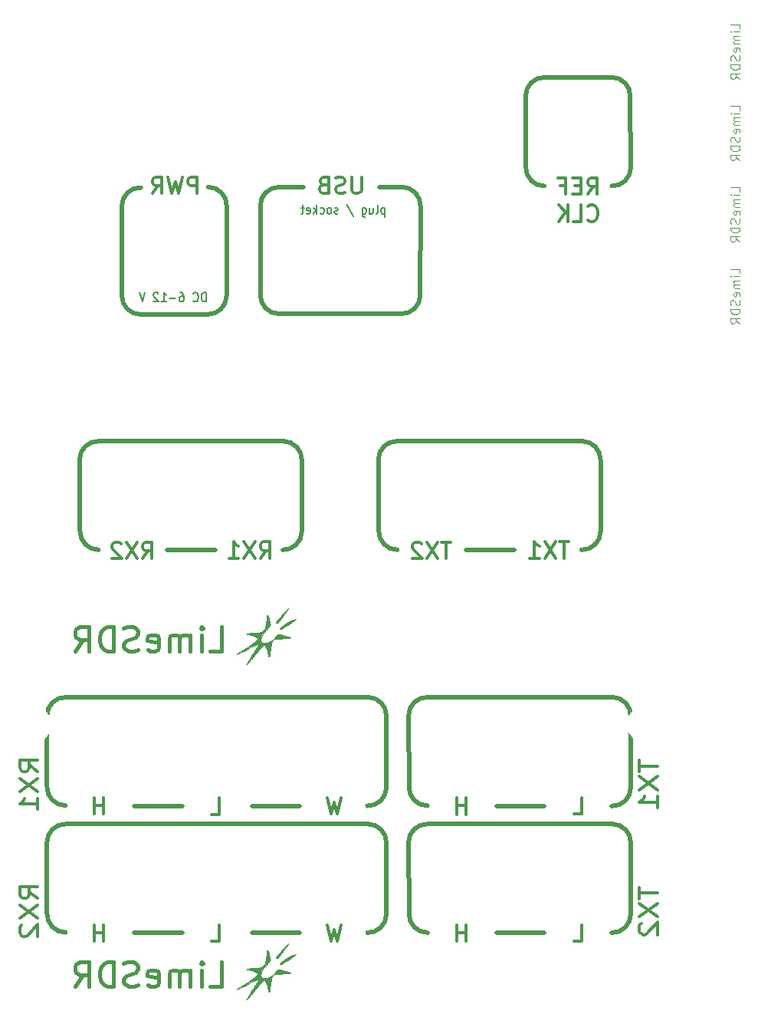
<source format=gbo>
%MOIN*%
%OFA0B0*%
%FSLAX46Y46*%
%IPPOS*%
%LPD*%
%ADD10C,0.005905511811023622*%
%ADD11C,0.01968503937007874*%
%ADD12C,0.011811023622047244*%
%ADD13C,0.031496062992125991*%
%ADD14C,0.11811023622047245*%
%ADD15C,0.027559055118110236*%
%ADD16C,0.053149606299212608*%
%ADD17C,0.03937007874015748*%
%ADD28C,0.005905511811023622*%
%ADD39C,0.005905511811023622*%
%ADD50C,0.005905511811023622*%
%ADD51C,0.0039370078740157488*%
%ADD52C,0.20472440944881892*%
%ADD53C,0.01*%
%ADD64C,0.005905511811023622*%
%ADD65C,0.0039370078740157488*%
%ADD66C,0.20472440944881892*%
%ADD67C,0.01*%
%ADD78C,0.005905511811023622*%
%ADD79C,0.0039370078740157488*%
%ADD80C,0.20472440944881892*%
%ADD81C,0.01*%
%ADD92C,0.005905511811023622*%
%ADD93C,0.0039370078740157488*%
%ADD94C,0.20472440944881892*%
%ADD95C,0.01*%
%ADD106C,0.005905511811023622*%
%ADD107C,0.011811023622047244*%
%ADD108C,0.01968503937007874*%
%ADD109C,0.013779527559055118*%
%ADD110C,0.015748031496062995*%
%ADD111C,0.00039370078740157485*%
%ADD112C,0.031496062992125991*%
%ADD113C,0.11811023622047245*%
%ADD114C,0.027559055118110236*%
%ADD115C,0.053149606299212608*%
%ADD126C,0.005905511811023622*%
%ADD127C,0.01968503937007874*%
%ADD128C,0.011811023622047244*%
%ADD129C,0.015748031496062995*%
%ADD130C,0.00039370078740157485*%
%ADD131C,0.031496062992125991*%
%ADD132C,0.11811023622047245*%
%ADD133C,0.027559055118110236*%
%ADD134C,0.053149606299212608*%
%LPD*%
G01G01G01G01G01G01G01G01*
D10*
X0001692894Y0003465998D02*
X0001692894Y0003426628D01*
X0001692894Y0003464124D02*
X0001689519Y0003465998D01*
X0001682770Y0003465998D01*
X0001679395Y0003464124D01*
X0001677708Y0003462249D01*
X0001676019Y0003458499D01*
X0001676019Y0003447251D01*
X0001677708Y0003443501D01*
X0001679395Y0003441626D01*
X0001682770Y0003439752D01*
X0001689519Y0003439752D01*
X0001692894Y0003441626D01*
X0001655773Y0003439752D02*
X0001659148Y0003441626D01*
X0001660835Y0003445376D01*
X0001660835Y0003479122D01*
X0001627089Y0003465998D02*
X0001627089Y0003439752D01*
X0001642275Y0003465998D02*
X0001642275Y0003445376D01*
X0001640588Y0003441626D01*
X0001637213Y0003439752D01*
X0001632151Y0003439752D01*
X0001628777Y0003441626D01*
X0001627089Y0003443501D01*
X0001595031Y0003465998D02*
X0001595031Y0003434127D01*
X0001596718Y0003430378D01*
X0001598404Y0003428503D01*
X0001601780Y0003426628D01*
X0001606842Y0003426628D01*
X0001610217Y0003428503D01*
X0001595031Y0003441626D02*
X0001598404Y0003439752D01*
X0001605155Y0003439752D01*
X0001608529Y0003441626D01*
X0001610217Y0003443501D01*
X0001611904Y0003447251D01*
X0001611904Y0003458499D01*
X0001610217Y0003462249D01*
X0001608529Y0003464124D01*
X0001605155Y0003465998D01*
X0001598404Y0003465998D01*
X0001595031Y0003464124D01*
X0001525852Y0003480996D02*
X0001556223Y0003430378D01*
X0001488732Y0003441626D02*
X0001485357Y0003439752D01*
X0001478608Y0003439752D01*
X0001475233Y0003441626D01*
X0001473546Y0003445376D01*
X0001473546Y0003447251D01*
X0001475233Y0003451000D01*
X0001478608Y0003452875D01*
X0001483670Y0003452875D01*
X0001487044Y0003454750D01*
X0001488732Y0003458499D01*
X0001488732Y0003460373D01*
X0001487044Y0003464124D01*
X0001483670Y0003465998D01*
X0001478608Y0003465998D01*
X0001475233Y0003464124D01*
X0001453299Y0003439752D02*
X0001456673Y0003441626D01*
X0001458360Y0003443501D01*
X0001460048Y0003447251D01*
X0001460048Y0003458499D01*
X0001458360Y0003462249D01*
X0001456673Y0003464124D01*
X0001453299Y0003465998D01*
X0001448237Y0003465998D01*
X0001444862Y0003464124D01*
X0001443174Y0003462249D01*
X0001441488Y0003458499D01*
X0001441488Y0003447251D01*
X0001443174Y0003443501D01*
X0001444862Y0003441626D01*
X0001448237Y0003439752D01*
X0001453299Y0003439752D01*
X0001411116Y0003441626D02*
X0001414490Y0003439752D01*
X0001421240Y0003439752D01*
X0001424615Y0003441626D01*
X0001426302Y0003443501D01*
X0001427989Y0003447251D01*
X0001427989Y0003458499D01*
X0001426302Y0003462249D01*
X0001424615Y0003464124D01*
X0001421240Y0003465998D01*
X0001414490Y0003465998D01*
X0001411116Y0003464124D01*
X0001395931Y0003439752D02*
X0001395931Y0003479122D01*
X0001392556Y0003454750D02*
X0001382432Y0003439752D01*
X0001382432Y0003465998D02*
X0001395931Y0003451000D01*
X0001353749Y0003441626D02*
X0001357123Y0003439752D01*
X0001363872Y0003439752D01*
X0001367246Y0003441626D01*
X0001368934Y0003445376D01*
X0001368934Y0003460373D01*
X0001367246Y0003464124D01*
X0001363872Y0003465998D01*
X0001357123Y0003465998D01*
X0001353749Y0003464124D01*
X0001352061Y0003460373D01*
X0001352061Y0003456625D01*
X0001368934Y0003452875D01*
X0001341938Y0003465998D02*
X0001328439Y0003465998D01*
X0001336875Y0003479122D02*
X0001336875Y0003445376D01*
X0001335188Y0003441626D01*
X0001331814Y0003439752D01*
X0001328439Y0003439752D01*
X0000914772Y0003057862D02*
X0000914772Y0003097232D01*
X0000906335Y0003097232D01*
X0000901274Y0003095357D01*
X0000897899Y0003091607D01*
X0000896212Y0003087858D01*
X0000894525Y0003080359D01*
X0000894525Y0003074735D01*
X0000896212Y0003067235D01*
X0000897899Y0003063485D01*
X0000901274Y0003059737D01*
X0000906335Y0003057862D01*
X0000914772Y0003057862D01*
X0000859092Y0003061611D02*
X0000860779Y0003059737D01*
X0000865840Y0003057862D01*
X0000869215Y0003057862D01*
X0000874277Y0003059737D01*
X0000877652Y0003063485D01*
X0000879339Y0003067235D01*
X0000881026Y0003074735D01*
X0000881026Y0003080359D01*
X0000879339Y0003087858D01*
X0000877652Y0003091607D01*
X0000874277Y0003095357D01*
X0000869215Y0003097232D01*
X0000865840Y0003097232D01*
X0000860779Y0003095357D01*
X0000859092Y0003093481D01*
X0000801723Y0003097232D02*
X0000808473Y0003097232D01*
X0000811848Y0003095357D01*
X0000813535Y0003093481D01*
X0000816909Y0003087858D01*
X0000818597Y0003080359D01*
X0000818597Y0003065361D01*
X0000816909Y0003061611D01*
X0000815222Y0003059737D01*
X0000811848Y0003057862D01*
X0000805098Y0003057862D01*
X0000801723Y0003059737D01*
X0000800037Y0003061611D01*
X0000798349Y0003065361D01*
X0000798349Y0003074735D01*
X0000800037Y0003078484D01*
X0000801723Y0003080359D01*
X0000805098Y0003082234D01*
X0000811848Y0003082234D01*
X0000815222Y0003080359D01*
X0000816909Y0003078484D01*
X0000818597Y0003074735D01*
X0000783164Y0003072860D02*
X0000756167Y0003072860D01*
X0000720734Y0003057862D02*
X0000740981Y0003057862D01*
X0000730858Y0003057862D02*
X0000730858Y0003097232D01*
X0000734231Y0003091607D01*
X0000737607Y0003087858D01*
X0000740981Y0003085983D01*
X0000707236Y0003093481D02*
X0000705548Y0003095357D01*
X0000702174Y0003097232D01*
X0000693737Y0003097232D01*
X0000690363Y0003095357D01*
X0000688675Y0003093481D01*
X0000686988Y0003089733D01*
X0000686988Y0003085983D01*
X0000688675Y0003080359D01*
X0000708922Y0003057862D01*
X0000686988Y0003057862D01*
X0000649868Y0003097232D02*
X0000638057Y0003057862D01*
X0000626246Y0003097232D01*
D11*
X0001339968Y0003555987D02*
X0001233670Y0003555987D01*
X0001765166Y0003555987D02*
X0001670678Y0003555987D01*
X0001846686Y0003085515D02*
G75*
G02G02G02G02X0001763985Y0003004806I-0000080732D01X0001763985Y0003004806I-0000080732D01X0001763985Y0003004806I-0000080732D01G02G02X0001763985Y0003004806I-0000080732D01G02G02X0001763985Y0003004806I-0000080732D01X0001763985Y0003004806I-0000080732D01X0001763985Y0003004806I-0000080732D01X0001763985Y0003004806I-0000080732D01*
G01G01G01G01G01G01G01G01*
X0001232099Y0003004806D02*
G75*
G02G02G02G02X0001151386Y0003087507I-0000000003J0000080732D01X0001151386Y0003087507I-0000000003J0000080732D01X0001151386Y0003087507I-0000000003J0000080732D01G02G02X0001151386Y0003087507I-0000000003J0000080732D01G02G02X0001151386Y0003087507I-0000000003J0000080732D01X0001151386Y0003087507I-0000000003J0000080732D01X0001151386Y0003087507I-0000000003J0000080732D01X0001151386Y0003087507I-0000000003J0000080732D01*
G01G01G01G01G01G01G01G01*
X0001233670Y0003004806D02*
X0001765166Y0003004806D01*
X0001150993Y0003083545D02*
X0001150993Y0003473309D01*
X0001150993Y0003473309D02*
G75*
G02G02G02G02X0001233676Y0003555736I0000080714J0000001717D01X0001233676Y0003555736I0000080714J0000001717D01X0001233676Y0003555736I0000080714J0000001717D01G02G02X0001233676Y0003555736I0000080714J0000001717D01G02G02X0001233676Y0003555736I0000080714J0000001717D01X0001233676Y0003555736I0000080714J0000001717D01X0001233676Y0003555736I0000080714J0000001717D01X0001233676Y0003555736I0000080714J0000001717D01*
G01G01G01G01G01G01G01G01*
X0001767134Y0003556010D02*
G75*
G02G02G02G02X0001847843Y0003473309J-0000080732D01X0001847843Y0003473309J-0000080732D01X0001847843Y0003473309J-0000080732D01G02G02X0001847843Y0003473309J-0000080732D01G02G02X0001847843Y0003473309J-0000080732D01X0001847843Y0003473309J-0000080732D01X0001847843Y0003473309J-0000080732D01X0001847843Y0003473309J-0000080732D01*
G01G01G01G01G01G01G01G01*
X0001846662Y0003084727D02*
X0001847843Y0003473309D01*
X0000548630Y0003083545D02*
X0000548630Y0003473309D01*
X0000548630Y0003472916D02*
G75*
G02G02G02G02X0000631332Y0003553625I0000080732D01X0000631332Y0003553625I0000080732D01X0000631332Y0003553625I0000080732D01G02G02X0000631332Y0003553625I0000080732D01G02G02X0000631332Y0003553625I0000080732D01X0000631332Y0003553625I0000080732D01X0000631332Y0003553625I0000080732D01X0000631332Y0003553625I0000080732D01*
G01G01G01G01G01G01G01G01*
X0000629737Y0003002444D02*
G75*
G02G02G02G02X0000549024Y0003085145I-0000000003J0000080732D01X0000549024Y0003085145I-0000000003J0000080732D01X0000549024Y0003085145I-0000000003J0000080732D01G02G02X0000549024Y0003085145I-0000000003J0000080732D01G02G02X0000549024Y0003085145I-0000000003J0000080732D01X0000549024Y0003085145I-0000000003J0000080732D01X0000549024Y0003085145I-0000000003J0000080732D01X0000549024Y0003085145I-0000000003J0000080732D01*
G01G01G01G01G01G01G01G01*
X0000629921Y0003002439D02*
X0000921859Y0003002439D01*
X0001004165Y0003083152D02*
G75*
G02G02G02G02X0000921465Y0003002444I-0000080732D01X0000921465Y0003002444I-0000080732D01X0000921465Y0003002444I-0000080732D01G02G02X0000921465Y0003002444I-0000080732D01G02G02X0000921465Y0003002444I-0000080732D01X0000921465Y0003002444I-0000080732D01X0000921465Y0003002444I-0000080732D01X0000921465Y0003002444I-0000080732D01*
G01G01G01G01G01G01G01G01*
X0001004142Y0003084727D02*
X0001005323Y0003473309D01*
X0000924615Y0003556010D02*
G75*
G02G02G02G02X0001005323Y0003473309J-0000080732D01X0001005323Y0003473309J-0000080732D01X0001005323Y0003473309J-0000080732D01G02G02X0001005323Y0003473309J-0000080732D01G02G02X0001005323Y0003473309J-0000080732D01X0001005323Y0003473309J-0000080732D01X0001005323Y0003473309J-0000080732D01X0001005323Y0003473309J-0000080732D01*
G01G01G01G01G01G01G01G01*
D12*
X0000875402Y0003527866D02*
X0000875402Y0003598732D01*
X0000848405Y0003598732D01*
X0000841656Y0003595357D01*
X0000838282Y0003591982D01*
X0000834907Y0003585233D01*
X0000834907Y0003575110D01*
X0000838282Y0003568361D01*
X0000841656Y0003564986D01*
X0000848405Y0003561611D01*
X0000875402Y0003561611D01*
X0000811285Y0003598732D02*
X0000794412Y0003527866D01*
X0000780914Y0003578484D01*
X0000767416Y0003527866D01*
X0000750543Y0003598732D01*
X0000683051Y0003527866D02*
X0000706673Y0003561611D01*
X0000723546Y0003527866D02*
X0000723546Y0003598732D01*
X0000696549Y0003598732D01*
X0000689799Y0003595357D01*
X0000686426Y0003591982D01*
X0000683051Y0003585233D01*
X0000683051Y0003575110D01*
X0000686426Y0003568361D01*
X0000689799Y0003564986D01*
X0000696549Y0003561611D01*
X0000723546Y0003561611D01*
X0001590813Y0003598732D02*
X0001590813Y0003541364D01*
X0001587438Y0003534615D01*
X0001584062Y0003531240D01*
X0001577314Y0003527866D01*
X0001563816Y0003527866D01*
X0001557067Y0003531240D01*
X0001553692Y0003534615D01*
X0001550318Y0003541364D01*
X0001550318Y0003598732D01*
X0001519947Y0003531240D02*
X0001509823Y0003527866D01*
X0001492950Y0003527866D01*
X0001486201Y0003531240D01*
X0001482826Y0003534615D01*
X0001479452Y0003541364D01*
X0001479452Y0003548113D01*
X0001482826Y0003554862D01*
X0001486201Y0003558237D01*
X0001492950Y0003561611D01*
X0001506447Y0003564986D01*
X0001513197Y0003568361D01*
X0001516572Y0003571735D01*
X0001519947Y0003578484D01*
X0001519947Y0003585233D01*
X0001516572Y0003591982D01*
X0001513197Y0003595357D01*
X0001506447Y0003598732D01*
X0001489575Y0003598732D01*
X0001479452Y0003595357D01*
X0001425457Y0003564986D02*
X0001415335Y0003561611D01*
X0001411960Y0003558237D01*
X0001408585Y0003551488D01*
X0001408585Y0003541364D01*
X0001411960Y0003534615D01*
X0001415335Y0003531240D01*
X0001422084Y0003527866D01*
X0001449080Y0003527866D01*
X0001449080Y0003598732D01*
X0001425457Y0003598732D01*
X0001418709Y0003595357D01*
X0001415335Y0003591982D01*
X0001411960Y0003585233D01*
X0001411960Y0003578484D01*
X0001415335Y0003571735D01*
X0001418709Y0003568361D01*
X0001425457Y0003564986D01*
X0001449080Y0003564986D01*
D11*
X0002305299Y0003952049D02*
G75*
G02G02G02G02X0002388001Y0004032759I0000080732D01X0002388001Y0004032759I0000080732D01X0002388001Y0004032759I0000080732D01G02G02X0002388001Y0004032759I0000080732D01G02G02X0002388001Y0004032759I0000080732D01X0002388001Y0004032759I0000080732D01X0002388001Y0004032759I0000080732D01X0002388001Y0004032759I0000080732D01*
G01G01G01G01G01G01G01G01*
X0002305323Y0003950475D02*
X0002305323Y0003643413D01*
X0002386426Y0003560294D02*
G75*
G02G02G02G02X0002305717Y0003642995J0000080732D01X0002305717Y0003642995J0000080732D01X0002305717Y0003642995J0000080732D01G02G02X0002305717Y0003642995J0000080732D01G02G02X0002305717Y0003642995J0000080732D01X0002305717Y0003642995J0000080732D01X0002305717Y0003642995J0000080732D01X0002305717Y0003642995J0000080732D01*
G01G01G01G01G01G01G01G01*
D12*
X0002574558Y0003524716D02*
X0002598181Y0003558462D01*
X0002615053Y0003524716D02*
X0002615053Y0003595582D01*
X0002588057Y0003595582D01*
X0002581308Y0003592208D01*
X0002577933Y0003588833D01*
X0002574558Y0003582084D01*
X0002574558Y0003571960D01*
X0002577933Y0003565211D01*
X0002581308Y0003561836D01*
X0002588057Y0003558462D01*
X0002615053Y0003558462D01*
X0002544187Y0003561836D02*
X0002520565Y0003561836D01*
X0002510442Y0003524716D02*
X0002544187Y0003524716D01*
X0002544187Y0003595582D01*
X0002510442Y0003595582D01*
X0002456448Y0003561836D02*
X0002480070Y0003561836D01*
X0002480070Y0003524716D02*
X0002480070Y0003595582D01*
X0002446325Y0003595582D01*
X0002576246Y0003413355D02*
X0002579620Y0003409980D01*
X0002589744Y0003406606D01*
X0002596492Y0003406606D01*
X0002606617Y0003409980D01*
X0002613366Y0003416730D01*
X0002616741Y0003423479D01*
X0002620115Y0003436977D01*
X0002620115Y0003447101D01*
X0002616741Y0003460598D01*
X0002613366Y0003467348D01*
X0002606617Y0003474097D01*
X0002596492Y0003477472D01*
X0002589744Y0003477472D01*
X0002579620Y0003474097D01*
X0002576246Y0003470723D01*
X0002512129Y0003406606D02*
X0002545874Y0003406606D01*
X0002545874Y0003477472D01*
X0002488507Y0003406606D02*
X0002488507Y0003477472D01*
X0002448012Y0003406606D02*
X0002478383Y0003447101D01*
X0002448012Y0003477472D02*
X0002488507Y0003436977D01*
D11*
X0002683670Y0004032759D02*
X0002387607Y0004032759D01*
X0002679733Y0004032759D02*
G75*
G02G02G02G02X0002760442Y0003950058J-0000080732D01X0002760442Y0003950058J-0000080732D01X0002760442Y0003950058J-0000080732D01G02G02X0002760442Y0003950058J-0000080732D01G02G02X0002760442Y0003950058J-0000080732D01X0002760442Y0003950058J-0000080732D01X0002760442Y0003950058J-0000080732D01X0002760442Y0003950058J-0000080732D01*
G01G01G01G01G01G01G01G01*
X0002762410Y0003642995D02*
X0002760442Y0003950058D01*
X0002762410Y0003641026D02*
G75*
G02G02G02G02X0002679709Y0003560318I-0000080732D01X0002679709Y0003560318I-0000080732D01X0002679709Y0003560318I-0000080732D01G02G02X0002679709Y0003560318I-0000080732D01G02G02X0002679709Y0003560318I-0000080732D01X0002679709Y0003560318I-0000080732D01X0002679709Y0003560318I-0000080732D01X0002679709Y0003560318I-0000080732D01*
G01G01G01G01G01G01G01G01*
%LPC*%
D13*
X0002903543Y0004134645D02*
G75*
G03G03G03G03X0002903543Y0004134645I-0000070866D01X0002903543Y0004134645I-0000070866D01X0002903543Y0004134645I-0000070866D01G03G03X0002903543Y0004134645I-0000070866D01G03G03X0002903543Y0004134645I-0000070866D01X0002903543Y0004134645I-0000070866D01X0002903543Y0004134645I-0000070866D01X0002903543Y0004134645I-0000070866D01*
G01G01G01G01G01G01G01G01*
X0002902755Y0003068503D02*
G75*
G03G03G03G03X0002902755Y0003068503I-0000070866D01X0002902755Y0003068503I-0000070866D01X0002902755Y0003068503I-0000070866D01G03G03X0002902755Y0003068503I-0000070866D01G03G03X0002902755Y0003068503I-0000070866D01X0002902755Y0003068503I-0000070866D01X0002902755Y0003068503I-0000070866D01X0002902755Y0003068503I-0000070866D01*
G01G01G01G01G01G01G01G01*
X0000225984Y0003069685D02*
G75*
G03G03G03G03X0000225984Y0003069685I-0000070866D01X0000225984Y0003069685I-0000070866D01X0000225984Y0003069685I-0000070866D01G03G03X0000225984Y0003069685I-0000070866D01G03G03X0000225984Y0003069685I-0000070866D01X0000225984Y0003069685I-0000070866D01X0000225984Y0003069685I-0000070866D01X0000225984Y0003069685I-0000070866D01*
G01G01G01G01G01G01G01G01*
X0000226377Y0004134251D02*
G75*
G03G03G03G03X0000226377Y0004134251I-0000070866D01X0000226377Y0004134251I-0000070866D01X0000226377Y0004134251I-0000070866D01G03G03X0000226377Y0004134251I-0000070866D01G03G03X0000226377Y0004134251I-0000070866D01X0000226377Y0004134251I-0000070866D01X0000226377Y0004134251I-0000070866D01X0000226377Y0004134251I-0000070866D01*
G01G01G01G01G01G01G01G01*
D14*
X0002638591Y0003804184D02*
G75*
G03G03G03G03X0002638591Y0003804184I-0000104724D01X0002638591Y0003804184I-0000104724D01X0002638591Y0003804184I-0000104724D01G03G03X0002638591Y0003804184I-0000104724D01G03G03X0002638591Y0003804184I-0000104724D01X0002638591Y0003804184I-0000104724D01X0002638591Y0003804184I-0000104724D01X0002638591Y0003804184I-0000104724D01*
G01G01G01G01G01G01G01G01*
D15*
X0002649220Y0003876625D02*
X0002649220Y0003731349D01*
D16*
X0002684654Y0003804184D02*
G75*
G03G03G03G03X0002684654Y0003804184I-0000150787D01X0002684654Y0003804184I-0000150787D01X0002684654Y0003804184I-0000150787D01G03G03X0002684654Y0003804184I-0000150787D01G03G03X0002684654Y0003804184I-0000150787D01X0002684654Y0003804184I-0000150787D01X0002684654Y0003804184I-0000150787D01X0002684654Y0003804184I-0000150787D01*
G01G01G01G01G01G01G01G01*
D17*
X0000718366Y0004110235D03*
X0000838267Y0004110235D03*
X0000478562Y0004110235D03*
X0001078070Y0004110235D03*
X0000598464Y0004110235D03*
X0000958169Y0004110235D03*
X0001917381Y0004110235D03*
X0001317873Y0004110235D03*
X0001437775Y0004110235D03*
X0001677578Y0004110235D03*
X0001797480Y0004110235D03*
X0001557677Y0004110235D03*
X0001197972Y0004110235D03*
X0002516889Y0004110235D03*
X0002157185Y0004110235D03*
X0002277086Y0004110235D03*
X0002396988Y0004110235D03*
X0002037283Y0004110235D03*
X0002576948Y0004151968D03*
X0002457047Y0004151968D03*
X0002337145Y0004151968D03*
X0002217244Y0004151968D03*
X0002097342Y0004151968D03*
X0001977440Y0004151968D03*
X0001857539Y0004151968D03*
X0001737637Y0004151968D03*
X0001617736Y0004151968D03*
X0001497834Y0004151968D03*
X0001377933Y0004151968D03*
X0001258031Y0004151968D03*
X0001138129Y0004151968D03*
X0001018227Y0004151968D03*
X0000898326Y0004151968D03*
X0000778425Y0004151968D03*
X0000658523Y0004151968D03*
X0000538622Y0004151968D03*
X0000418720Y0004151968D03*
%LPD*%
G01G01G01G01G01G01G01G01*
D28*
%LPC*%
%LPD*%
G01G01G01G01G01G01G01G01*
D39*
%LPC*%
%LPD*%
G01G01G01G01G01G01G01G01*
D50*
D51*
X0003236314Y0004244094D02*
X0003236314Y0004262842D01*
X0003196944Y0004262842D01*
X0003236314Y0004230971D02*
X0003210067Y0004230971D01*
X0003196944Y0004230971D02*
X0003198818Y0004232845D01*
X0003200693Y0004230971D01*
X0003198818Y0004229096D01*
X0003196944Y0004230971D01*
X0003200693Y0004230971D01*
X0003236314Y0004212223D02*
X0003210067Y0004212223D01*
X0003213817Y0004212223D02*
X0003211942Y0004210348D01*
X0003210067Y0004206599D01*
X0003210067Y0004200974D01*
X0003211942Y0004197225D01*
X0003215691Y0004195350D01*
X0003236314Y0004195350D01*
X0003215691Y0004195350D02*
X0003211942Y0004193475D01*
X0003210067Y0004189726D01*
X0003210067Y0004184101D01*
X0003211942Y0004180352D01*
X0003215691Y0004178477D01*
X0003236314Y0004178477D01*
X0003234439Y0004144731D02*
X0003236314Y0004148481D01*
X0003236314Y0004155979D01*
X0003234439Y0004159728D01*
X0003230689Y0004161603D01*
X0003215691Y0004161603D01*
X0003211942Y0004159728D01*
X0003210067Y0004155979D01*
X0003210067Y0004148481D01*
X0003211942Y0004144731D01*
X0003215691Y0004142857D01*
X0003219441Y0004142857D01*
X0003223190Y0004161603D01*
X0003234439Y0004127859D02*
X0003236314Y0004122232D01*
X0003236314Y0004112860D01*
X0003234439Y0004109111D01*
X0003232563Y0004107236D01*
X0003228815Y0004105361D01*
X0003225065Y0004105361D01*
X0003221316Y0004107236D01*
X0003219441Y0004109111D01*
X0003217566Y0004112860D01*
X0003215691Y0004120358D01*
X0003213817Y0004124109D01*
X0003211942Y0004125984D01*
X0003208191Y0004127859D01*
X0003204443Y0004127859D01*
X0003200693Y0004125984D01*
X0003198818Y0004124109D01*
X0003196944Y0004120358D01*
X0003196944Y0004110985D01*
X0003198818Y0004105361D01*
X0003236314Y0004088488D02*
X0003196944Y0004088488D01*
X0003196944Y0004079115D01*
X0003198818Y0004073489D01*
X0003202568Y0004069740D01*
X0003206317Y0004067866D01*
X0003213817Y0004065991D01*
X0003219441Y0004065991D01*
X0003226940Y0004067866D01*
X0003230689Y0004069740D01*
X0003234439Y0004073489D01*
X0003236314Y0004079115D01*
X0003236314Y0004088488D01*
X0003236314Y0004026620D02*
X0003217566Y0004039745D01*
X0003236314Y0004049118D02*
X0003196944Y0004049118D01*
X0003196944Y0004034118D01*
X0003198818Y0004030369D01*
X0003200693Y0004028495D01*
X0003204443Y0004026620D01*
X0003210067Y0004026620D01*
X0003213817Y0004028495D01*
X0003215691Y0004030369D01*
X0003217566Y0004034118D01*
X0003217566Y0004049118D01*
%LPC*%
D52*
X0003435433Y0004146454D03*
D53*
G36*
X0003153921Y0004006967D02*
X0003078883Y0004006967D01*
X0003078123Y0004282795D01*
X0003153163Y0004282795D01*
X0003153921Y0004006967D01*
X0003153921Y0004006967D01*
G37*
X0003153921Y0004006967D02*
X0003078883Y0004006967D01*
X0003078123Y0004282795D01*
X0003153163Y0004282795D01*
X0003153921Y0004006967D01*
G04 next file*
%LPD*%
G01G01G01G01G01G01G01G01*
D64*
D65*
X0003236314Y0003889763D02*
X0003236314Y0003908511D01*
X0003196944Y0003908511D01*
X0003236314Y0003876640D02*
X0003210067Y0003876640D01*
X0003196944Y0003876640D02*
X0003198818Y0003878515D01*
X0003200693Y0003876640D01*
X0003198818Y0003874765D01*
X0003196944Y0003876640D01*
X0003200693Y0003876640D01*
X0003236314Y0003857892D02*
X0003210067Y0003857892D01*
X0003213817Y0003857892D02*
X0003211942Y0003856017D01*
X0003210067Y0003852268D01*
X0003210067Y0003846644D01*
X0003211942Y0003842894D01*
X0003215691Y0003841019D01*
X0003236314Y0003841019D01*
X0003215691Y0003841019D02*
X0003211942Y0003839145D01*
X0003210067Y0003835395D01*
X0003210067Y0003829771D01*
X0003211942Y0003826021D01*
X0003215691Y0003824146D01*
X0003236314Y0003824146D01*
X0003234439Y0003790401D02*
X0003236314Y0003794150D01*
X0003236314Y0003801649D01*
X0003234439Y0003805399D01*
X0003230689Y0003807274D01*
X0003215691Y0003807274D01*
X0003211942Y0003805399D01*
X0003210067Y0003801649D01*
X0003210067Y0003794150D01*
X0003211942Y0003790401D01*
X0003215691Y0003788526D01*
X0003219441Y0003788526D01*
X0003223190Y0003807274D01*
X0003234439Y0003773528D02*
X0003236314Y0003767904D01*
X0003236314Y0003758530D01*
X0003234439Y0003754780D01*
X0003232563Y0003752905D01*
X0003228815Y0003751031D01*
X0003225065Y0003751031D01*
X0003221316Y0003752905D01*
X0003219441Y0003754780D01*
X0003217566Y0003758530D01*
X0003215691Y0003766029D01*
X0003213817Y0003769778D01*
X0003211942Y0003771652D01*
X0003208191Y0003773528D01*
X0003204443Y0003773528D01*
X0003200693Y0003771652D01*
X0003198818Y0003769778D01*
X0003196944Y0003766029D01*
X0003196944Y0003756655D01*
X0003198818Y0003751031D01*
X0003236314Y0003734158D02*
X0003196944Y0003734158D01*
X0003196944Y0003724784D01*
X0003198818Y0003719160D01*
X0003202568Y0003715410D01*
X0003206317Y0003713535D01*
X0003213817Y0003711661D01*
X0003219441Y0003711661D01*
X0003226940Y0003713535D01*
X0003230689Y0003715410D01*
X0003234439Y0003719160D01*
X0003236314Y0003724784D01*
X0003236314Y0003734158D01*
X0003236314Y0003672290D02*
X0003217566Y0003685414D01*
X0003236314Y0003694788D02*
X0003196944Y0003694788D01*
X0003196944Y0003679790D01*
X0003198818Y0003676040D01*
X0003200693Y0003674164D01*
X0003204443Y0003672290D01*
X0003210067Y0003672290D01*
X0003213817Y0003674164D01*
X0003215691Y0003676040D01*
X0003217566Y0003679790D01*
X0003217566Y0003694788D01*
%LPC*%
D66*
X0003435433Y0003792125D03*
D67*
G36*
X0003153921Y0003652637D02*
X0003078883Y0003652637D01*
X0003078123Y0003928464D01*
X0003153163Y0003928464D01*
X0003153921Y0003652637D01*
X0003153921Y0003652637D01*
G37*
X0003153921Y0003652637D02*
X0003078883Y0003652637D01*
X0003078123Y0003928464D01*
X0003153163Y0003928464D01*
X0003153921Y0003652637D01*
%LPD*%
G01G01G01G01G01G01G01G01*
D78*
D79*
X0003236314Y0003535433D02*
X0003236314Y0003554180D01*
X0003196944Y0003554180D01*
X0003236314Y0003522309D02*
X0003210067Y0003522309D01*
X0003196944Y0003522309D02*
X0003198818Y0003524184D01*
X0003200693Y0003522309D01*
X0003198818Y0003520434D01*
X0003196944Y0003522309D01*
X0003200693Y0003522309D01*
X0003236314Y0003503562D02*
X0003210067Y0003503562D01*
X0003213817Y0003503562D02*
X0003211942Y0003501687D01*
X0003210067Y0003497937D01*
X0003210067Y0003492313D01*
X0003211942Y0003488563D01*
X0003215691Y0003486689D01*
X0003236314Y0003486689D01*
X0003215691Y0003486689D02*
X0003211942Y0003484813D01*
X0003210067Y0003481064D01*
X0003210067Y0003475440D01*
X0003211942Y0003471691D01*
X0003215691Y0003469816D01*
X0003236314Y0003469816D01*
X0003234439Y0003436069D02*
X0003236314Y0003439820D01*
X0003236314Y0003447319D01*
X0003234439Y0003451068D01*
X0003230689Y0003452943D01*
X0003215691Y0003452943D01*
X0003211942Y0003451068D01*
X0003210067Y0003447319D01*
X0003210067Y0003439820D01*
X0003211942Y0003436069D01*
X0003215691Y0003434195D01*
X0003219441Y0003434195D01*
X0003223190Y0003452943D01*
X0003234439Y0003419197D02*
X0003236314Y0003413573D01*
X0003236314Y0003404199D01*
X0003234439Y0003400449D01*
X0003232563Y0003398575D01*
X0003228815Y0003396700D01*
X0003225065Y0003396700D01*
X0003221316Y0003398575D01*
X0003219441Y0003400449D01*
X0003217566Y0003404199D01*
X0003215691Y0003411697D01*
X0003213817Y0003415448D01*
X0003211942Y0003417322D01*
X0003208191Y0003419197D01*
X0003204443Y0003419197D01*
X0003200693Y0003417322D01*
X0003198818Y0003415448D01*
X0003196944Y0003411697D01*
X0003196944Y0003402324D01*
X0003198818Y0003396700D01*
X0003236314Y0003379827D02*
X0003196944Y0003379827D01*
X0003196944Y0003370453D01*
X0003198818Y0003364829D01*
X0003202568Y0003361079D01*
X0003206317Y0003359205D01*
X0003213817Y0003357330D01*
X0003219441Y0003357330D01*
X0003226940Y0003359205D01*
X0003230689Y0003361079D01*
X0003234439Y0003364829D01*
X0003236314Y0003370453D01*
X0003236314Y0003379827D01*
X0003236314Y0003317960D02*
X0003217566Y0003331083D01*
X0003236314Y0003340457D02*
X0003196944Y0003340457D01*
X0003196944Y0003325458D01*
X0003198818Y0003321709D01*
X0003200693Y0003319835D01*
X0003204443Y0003317960D01*
X0003210067Y0003317960D01*
X0003213817Y0003319835D01*
X0003215691Y0003321709D01*
X0003217566Y0003325458D01*
X0003217566Y0003340457D01*
%LPC*%
D80*
X0003435433Y0003437795D03*
D81*
G36*
X0003153921Y0003298307D02*
X0003078883Y0003298307D01*
X0003078123Y0003574133D01*
X0003153163Y0003574133D01*
X0003153921Y0003298307D01*
X0003153921Y0003298307D01*
G37*
X0003153921Y0003298307D02*
X0003078883Y0003298307D01*
X0003078123Y0003574133D01*
X0003153163Y0003574133D01*
X0003153921Y0003298307D01*
G04 next file*
%LPD*%
G01G01G01G01G01G01G01G01*
D92*
D93*
X0003236314Y0003181102D02*
X0003236314Y0003199850D01*
X0003196944Y0003199850D01*
X0003236314Y0003167978D02*
X0003210067Y0003167978D01*
X0003196944Y0003167978D02*
X0003198818Y0003169853D01*
X0003200693Y0003167978D01*
X0003198818Y0003166104D01*
X0003196944Y0003167978D01*
X0003200693Y0003167978D01*
X0003236314Y0003149230D02*
X0003210067Y0003149230D01*
X0003213817Y0003149230D02*
X0003211942Y0003147356D01*
X0003210067Y0003143607D01*
X0003210067Y0003137981D01*
X0003211942Y0003134233D01*
X0003215691Y0003132358D01*
X0003236314Y0003132358D01*
X0003215691Y0003132358D02*
X0003211942Y0003130483D01*
X0003210067Y0003126734D01*
X0003210067Y0003121109D01*
X0003211942Y0003117360D01*
X0003215691Y0003115485D01*
X0003236314Y0003115485D01*
X0003234439Y0003081739D02*
X0003236314Y0003085489D01*
X0003236314Y0003092988D01*
X0003234439Y0003096737D01*
X0003230689Y0003098612D01*
X0003215691Y0003098612D01*
X0003211942Y0003096737D01*
X0003210067Y0003092988D01*
X0003210067Y0003085489D01*
X0003211942Y0003081739D01*
X0003215691Y0003079865D01*
X0003219441Y0003079865D01*
X0003223190Y0003098612D01*
X0003234439Y0003064865D02*
X0003236314Y0003059242D01*
X0003236314Y0003049868D01*
X0003234439Y0003046119D01*
X0003232563Y0003044244D01*
X0003228815Y0003042369D01*
X0003225065Y0003042369D01*
X0003221316Y0003044244D01*
X0003219441Y0003046119D01*
X0003217566Y0003049868D01*
X0003215691Y0003057367D01*
X0003213817Y0003061117D01*
X0003211942Y0003062991D01*
X0003208191Y0003064865D01*
X0003204443Y0003064865D01*
X0003200693Y0003062991D01*
X0003198818Y0003061117D01*
X0003196944Y0003057367D01*
X0003196944Y0003047994D01*
X0003198818Y0003042369D01*
X0003236314Y0003025496D02*
X0003196944Y0003025496D01*
X0003196944Y0003016122D01*
X0003198818Y0003010497D01*
X0003202568Y0003006749D01*
X0003206317Y0003004874D01*
X0003213817Y0003002999D01*
X0003219441Y0003002999D01*
X0003226940Y0003004874D01*
X0003230689Y0003006749D01*
X0003234439Y0003010497D01*
X0003236314Y0003016122D01*
X0003236314Y0003025496D01*
X0003236314Y0002963629D02*
X0003217566Y0002976752D01*
X0003236314Y0002986125D02*
X0003196944Y0002986125D01*
X0003196944Y0002971128D01*
X0003198818Y0002967379D01*
X0003200693Y0002965504D01*
X0003204443Y0002963629D01*
X0003210067Y0002963629D01*
X0003213817Y0002965504D01*
X0003215691Y0002967379D01*
X0003217566Y0002971128D01*
X0003217566Y0002986125D01*
%LPC*%
D94*
X0003435433Y0003083464D03*
D95*
G36*
X0003153921Y0002943976D02*
X0003078883Y0002943976D01*
X0003078123Y0003219803D01*
X0003153163Y0003219803D01*
X0003153921Y0002943976D01*
X0003153921Y0002943976D01*
G37*
X0003153921Y0002943976D02*
X0003078883Y0002943976D01*
X0003078123Y0003219803D01*
X0003153163Y0003219803D01*
X0003153921Y0002943976D01*
G04 next file*
%LPD*%
G01G01G01G01G01G01G01G01G01G01G01G01G01G01G01G01*
D106*
D107*
X0002514285Y0000830539D02*
X0002548031Y0000830539D01*
X0002548031Y0000901406D01*
D108*
X0002386614Y0000866535D02*
X0002177952Y0000866535D01*
D107*
X0002044655Y0000829953D02*
X0002044655Y0000900819D01*
X0002044655Y0000867074D02*
X0002004160Y0000867074D01*
X0002004160Y0000829953D02*
X0002004160Y0000900819D01*
D108*
X0001878346Y0000866929D02*
G75*
G02G02G02G02X0001797637Y0000949630J0000080732D01X0001797637Y0000949630J0000080732D01G02G02X0001797637Y0000949630J0000080732D01G02G02X0001797637Y0000949630J0000080732D01X0001797637Y0000949630J0000080732D01X0001797637Y0000949630J0000080732D01X0001797637Y0000949630J0000080732D01G02G02G02G02X0001797637Y0000949630J0000080732D01X0001797637Y0000949630J0000080732D01X0001797637Y0000949630J0000080732D01G02G02X0001797637Y0000949630J0000080732D01G02G02X0001797637Y0000949630J0000080732D01X0001797637Y0000949630J0000080732D01X0001797637Y0000949630J0000080732D01X0001797637Y0000949630J0000080732D01X0001797637Y0000949630J0000080732D01*
G01G01G01G01G01G01G01G01G01G01G01G01G01G01G01G01*
X0001795669Y0001256692D02*
X0001797637Y0000949630D01*
X0001795645Y0001258267D02*
G75*
G02G02G02G02X0001878346Y0001338976I0000080732D01X0001878346Y0001338976I0000080732D01G02G02X0001878346Y0001338976I0000080732D01G02G02X0001878346Y0001338976I0000080732D01X0001878346Y0001338976I0000080732D01X0001878346Y0001338976I0000080732D01X0001878346Y0001338976I0000080732D01G02G02G02G02X0001878346Y0001338976I0000080732D01X0001878346Y0001338976I0000080732D01X0001878346Y0001338976I0000080732D01G02G02X0001878346Y0001338976I0000080732D01G02G02X0001878346Y0001338976I0000080732D01X0001878346Y0001338976I0000080732D01X0001878346Y0001338976I0000080732D01X0001878346Y0001338976I0000080732D01X0001878346Y0001338976I0000080732D01*
G01G01G01G01G01G01G01G01G01G01G01G01G01G01G01G01*
X0002685826Y0001338976D02*
X0001878740Y0001338976D01*
X0002681889Y0001338976D02*
G75*
G02G02G02G02X0002762598Y0001256275J-0000080732D01X0002762598Y0001256275J-0000080732D01G02G02X0002762598Y0001256275J-0000080732D01G02G02X0002762598Y0001256275J-0000080732D01X0002762598Y0001256275J-0000080732D01X0002762598Y0001256275J-0000080732D01X0002762598Y0001256275J-0000080732D01G02G02G02G02X0002762598Y0001256275J-0000080732D01X0002762598Y0001256275J-0000080732D01X0002762598Y0001256275J-0000080732D01G02G02X0002762598Y0001256275J-0000080732D01G02G02X0002762598Y0001256275J-0000080732D01X0002762598Y0001256275J-0000080732D01X0002762598Y0001256275J-0000080732D01X0002762598Y0001256275J-0000080732D01X0002762598Y0001256275J-0000080732D01*
G01G01G01G01G01G01G01G01G01G01G01G01G01G01G01G01*
X0002762598Y0000946455D02*
X0002762598Y0001256275D01*
X0002762598Y0000946455D02*
G75*
G02G02G02G02X0002679897Y0000865747I-0000080732D01X0002679897Y0000865747I-0000080732D01G02G02X0002679897Y0000865747I-0000080732D01G02G02X0002679897Y0000865747I-0000080732D01X0002679897Y0000865747I-0000080732D01X0002679897Y0000865747I-0000080732D01X0002679897Y0000865747I-0000080732D01G02G02G02G02X0002679897Y0000865747I-0000080732D01X0002679897Y0000865747I-0000080732D01X0002679897Y0000865747I-0000080732D01G02G02X0002679897Y0000865747I-0000080732D01G02G02X0002679897Y0000865747I-0000080732D01X0002679897Y0000865747I-0000080732D01X0002679897Y0000865747I-0000080732D01X0002679897Y0000865747I-0000080732D01X0002679897Y0000865747I-0000080732D01*
G01G01G01G01G01G01G01G01G01G01G01G01G01G01G01G01*
D109*
X0002800187Y0001064323D02*
X0002800187Y0001014829D01*
X0002878927Y0001039576D02*
X0002800187Y0001039576D01*
X0002800187Y0000994207D02*
X0002878927Y0000936463D01*
X0002800187Y0000936463D02*
X0002878927Y0000994207D01*
X0002878927Y0000858099D02*
X0002878927Y0000907592D01*
X0002878927Y0000882845D02*
X0002800187Y0000882845D01*
X0002811436Y0000891094D01*
X0002818935Y0000899343D01*
X0002822683Y0000907592D01*
D108*
X0001795645Y0000707086D02*
G75*
G02G02G02G02X0001878346Y0000787794I0000080732D01X0001878346Y0000787794I0000080732D01G02G02X0001878346Y0000787794I0000080732D01G02G02X0001878346Y0000787794I0000080732D01X0001878346Y0000787794I0000080732D01X0001878346Y0000787794I0000080732D01X0001878346Y0000787794I0000080732D01G02G02G02G02X0001878346Y0000787794I0000080732D01X0001878346Y0000787794I0000080732D01X0001878346Y0000787794I0000080732D01G02G02X0001878346Y0000787794I0000080732D01G02G02X0001878346Y0000787794I0000080732D01X0001878346Y0000787794I0000080732D01X0001878346Y0000787794I0000080732D01X0001878346Y0000787794I0000080732D01X0001878346Y0000787794I0000080732D01*
G01G01G01G01G01G01G01G01G01G01G01G01G01G01G01G01*
X0001795669Y0000705511D02*
X0001797637Y0000398449D01*
X0001878346Y0000315748D02*
G75*
G02G02G02G02X0001797637Y0000398449J0000080732D01X0001797637Y0000398449J0000080732D01G02G02X0001797637Y0000398449J0000080732D01G02G02X0001797637Y0000398449J0000080732D01X0001797637Y0000398449J0000080732D01X0001797637Y0000398449J0000080732D01X0001797637Y0000398449J0000080732D01G02G02G02G02X0001797637Y0000398449J0000080732D01X0001797637Y0000398449J0000080732D01X0001797637Y0000398449J0000080732D01G02G02X0001797637Y0000398449J0000080732D01G02G02X0001797637Y0000398449J0000080732D01X0001797637Y0000398449J0000080732D01X0001797637Y0000398449J0000080732D01X0001797637Y0000398449J0000080732D01X0001797637Y0000398449J0000080732D01*
G01G01G01G01G01G01G01G01G01G01G01G01G01G01G01G01*
X0001618897Y0001338976D02*
G75*
G02G02G02G02X0001699606Y0001256275J-0000080732D01X0001699606Y0001256275J-0000080732D01G02G02X0001699606Y0001256275J-0000080732D01G02G02X0001699606Y0001256275J-0000080732D01X0001699606Y0001256275J-0000080732D01X0001699606Y0001256275J-0000080732D01X0001699606Y0001256275J-0000080732D01G02G02G02G02X0001699606Y0001256275J-0000080732D01X0001699606Y0001256275J-0000080732D01X0001699606Y0001256275J-0000080732D01G02G02X0001699606Y0001256275J-0000080732D01G02G02X0001699606Y0001256275J-0000080732D01X0001699606Y0001256275J-0000080732D01X0001699606Y0001256275J-0000080732D01X0001699606Y0001256275J-0000080732D01X0001699606Y0001256275J-0000080732D01*
G01G01G01G01G01G01G01G01G01G01G01G01G01G01G01G01*
X0001699606Y0000948425D02*
X0001699606Y0001256275D01*
X0001699606Y0000947244D02*
G75*
G02G02G02G02X0001616905Y0000866535I-0000080732D01X0001616905Y0000866535I-0000080732D01G02G02X0001616905Y0000866535I-0000080732D01G02G02X0001616905Y0000866535I-0000080732D01X0001616905Y0000866535I-0000080732D01X0001616905Y0000866535I-0000080732D01X0001616905Y0000866535I-0000080732D01G02G02G02G02X0001616905Y0000866535I-0000080732D01X0001616905Y0000866535I-0000080732D01X0001616905Y0000866535I-0000080732D01G02G02X0001616905Y0000866535I-0000080732D01G02G02X0001616905Y0000866535I-0000080732D01X0001616905Y0000866535I-0000080732D01X0001616905Y0000866535I-0000080732D01X0001616905Y0000866535I-0000080732D01X0001616905Y0000866535I-0000080732D01*
G01G01G01G01G01G01G01G01G01G01G01G01G01G01G01G01*
D107*
X0001503599Y0000901406D02*
X0001486724Y0000830539D01*
X0001473228Y0000881157D01*
X0001459730Y0000830539D01*
X0001442857Y0000901406D01*
D108*
X0001323622Y0000866535D02*
X0001114960Y0000866535D01*
D107*
X0000939482Y0000829953D02*
X0000973228Y0000829953D01*
X0000973228Y0000900819D01*
D108*
X0000811811Y0000866535D02*
X0000603149Y0000866535D01*
D107*
X0000469853Y0000830539D02*
X0000469853Y0000901406D01*
X0000469853Y0000867660D02*
X0000429358Y0000867660D01*
X0000429358Y0000830539D02*
X0000429358Y0000901406D01*
D108*
X0000304174Y0000867917D02*
G75*
G02G02G02G02X0000223465Y0000950618J0000080732D01X0000223465Y0000950618J0000080732D01G02G02X0000223465Y0000950618J0000080732D01G02G02X0000223465Y0000950618J0000080732D01X0000223465Y0000950618J0000080732D01X0000223465Y0000950618J0000080732D01X0000223465Y0000950618J0000080732D01G02G02G02G02X0000223465Y0000950618J0000080732D01X0000223465Y0000950618J0000080732D01X0000223465Y0000950618J0000080732D01G02G02X0000223465Y0000950618J0000080732D01G02G02X0000223465Y0000950618J0000080732D01X0000223465Y0000950618J0000080732D01X0000223465Y0000950618J0000080732D01X0000223465Y0000950618J0000080732D01X0000223465Y0000950618J0000080732D01*
G01G01G01G01G01G01G01G01G01G01G01G01G01G01G01G01*
X0001622834Y0001338976D02*
X0000305905Y0001338976D01*
X0000223204Y0001258267D02*
G75*
G02G02G02G02X0000305905Y0001338976I0000080732D01X0000305905Y0001338976I0000080732D01G02G02X0000305905Y0001338976I0000080732D01G02G02X0000305905Y0001338976I0000080732D01X0000305905Y0001338976I0000080732D01X0000305905Y0001338976I0000080732D01X0000305905Y0001338976I0000080732D01G02G02G02G02X0000305905Y0001338976I0000080732D01X0000305905Y0001338976I0000080732D01X0000305905Y0001338976I0000080732D01G02G02X0000305905Y0001338976I0000080732D01G02G02X0000305905Y0001338976I0000080732D01X0000305905Y0001338976I0000080732D01X0000305905Y0001338976I0000080732D01X0000305905Y0001338976I0000080732D01X0000305905Y0001338976I0000080732D01*
G01G01G01G01G01G01G01G01G01G01G01G01G01G01G01G01*
X0000223465Y0000950594D02*
X0000223465Y0001259650D01*
D109*
X0000183258Y0001015523D02*
X0000145762Y0001044394D01*
X0000183258Y0001065016D02*
X0000104518Y0001065016D01*
X0000104518Y0001032021D01*
X0000108267Y0001023771D01*
X0000112017Y0001019647D01*
X0000119515Y0001015523D01*
X0000130761Y0001015523D01*
X0000138263Y0001019647D01*
X0000142013Y0001023771D01*
X0000145762Y0001032021D01*
X0000145762Y0001065016D01*
X0000104518Y0000986651D02*
X0000183258Y0000928908D01*
X0000104518Y0000928908D02*
X0000183258Y0000986651D01*
X0000183258Y0000850543D02*
X0000183258Y0000900037D01*
X0000183258Y0000875290D02*
X0000104518Y0000875290D01*
X0000115766Y0000883539D01*
X0000123265Y0000891788D01*
X0000127012Y0000900037D01*
D107*
X0002044655Y0000278772D02*
X0002044655Y0000349638D01*
X0002044655Y0000315892D02*
X0002004160Y0000315892D01*
X0002004160Y0000278772D02*
X0002004160Y0000349638D01*
X0002514285Y0000279358D02*
X0002548031Y0000279358D01*
X0002548031Y0000350225D01*
D108*
X0002386614Y0000315353D02*
X0002177952Y0000315353D01*
X0002685826Y0000787794D02*
X0001878740Y0000787794D01*
X0002681889Y0000787794D02*
G75*
G02G02G02G02X0002762598Y0000705094J-0000080732D01X0002762598Y0000705094J-0000080732D01G02G02X0002762598Y0000705094J-0000080732D01G02G02X0002762598Y0000705094J-0000080732D01X0002762598Y0000705094J-0000080732D01X0002762598Y0000705094J-0000080732D01X0002762598Y0000705094J-0000080732D01G02G02G02G02X0002762598Y0000705094J-0000080732D01X0002762598Y0000705094J-0000080732D01X0002762598Y0000705094J-0000080732D01G02G02X0002762598Y0000705094J-0000080732D01G02G02X0002762598Y0000705094J-0000080732D01X0002762598Y0000705094J-0000080732D01X0002762598Y0000705094J-0000080732D01X0002762598Y0000705094J-0000080732D01X0002762598Y0000705094J-0000080732D01*
G01G01G01G01G01G01G01G01G01G01G01G01G01G01G01G01*
X0002762598Y0000395275D02*
X0002762598Y0000705094D01*
X0002762598Y0000396062D02*
G75*
G02G02G02G02X0002679897Y0000315353I-0000080732D01X0002679897Y0000315353I-0000080732D01G02G02X0002679897Y0000315353I-0000080732D01G02G02X0002679897Y0000315353I-0000080732D01X0002679897Y0000315353I-0000080732D01X0002679897Y0000315353I-0000080732D01X0002679897Y0000315353I-0000080732D01G02G02G02G02X0002679897Y0000315353I-0000080732D01X0002679897Y0000315353I-0000080732D01X0002679897Y0000315353I-0000080732D01G02G02X0002679897Y0000315353I-0000080732D01G02G02X0002679897Y0000315353I-0000080732D01X0002679897Y0000315353I-0000080732D01X0002679897Y0000315353I-0000080732D01X0002679897Y0000315353I-0000080732D01X0002679897Y0000315353I-0000080732D01*
G01G01G01G01G01G01G01G01G01G01G01G01G01G01G01G01*
D109*
X0002800187Y0000513142D02*
X0002800187Y0000463648D01*
X0002878927Y0000488394D02*
X0002800187Y0000488394D01*
X0002800187Y0000443025D02*
X0002878927Y0000385283D01*
X0002800187Y0000385283D02*
X0002878927Y0000443025D01*
X0002807686Y0000356410D02*
X0002803937Y0000352287D01*
X0002800187Y0000344038D01*
X0002800187Y0000323415D01*
X0002803937Y0000315166D01*
X0002807686Y0000311042D01*
X0002815185Y0000306917D01*
X0002822683Y0000306917D01*
X0002833933Y0000311042D01*
X0002878927Y0000360536D01*
X0002878927Y0000306917D01*
D108*
X0000811811Y0000315353D02*
X0000603149Y0000315353D01*
D109*
X0000183258Y0000464341D02*
X0000145762Y0000493213D01*
X0000183258Y0000513835D02*
X0000104518Y0000513835D01*
X0000104518Y0000480839D01*
X0000108267Y0000472590D01*
X0000112017Y0000468466D01*
X0000119515Y0000464341D01*
X0000130761Y0000464341D01*
X0000138263Y0000468466D01*
X0000142013Y0000472590D01*
X0000145762Y0000480839D01*
X0000145762Y0000513835D01*
X0000104518Y0000435470D02*
X0000183258Y0000377727D01*
X0000104518Y0000377727D02*
X0000183258Y0000435470D01*
X0000112017Y0000348856D02*
X0000108267Y0000344730D01*
X0000104518Y0000336482D01*
X0000104518Y0000315860D01*
X0000108267Y0000307611D01*
X0000112017Y0000303487D01*
X0000119515Y0000299362D01*
X0000127012Y0000299362D01*
X0000138263Y0000303487D01*
X0000183258Y0000352980D01*
X0000183258Y0000299362D01*
D108*
X0001699606Y0000395275D02*
X0001699606Y0000705094D01*
X0001699606Y0000396062D02*
G75*
G02G02G02G02X0001616905Y0000315353I-0000080732D01X0001616905Y0000315353I-0000080732D01G02G02X0001616905Y0000315353I-0000080732D01G02G02X0001616905Y0000315353I-0000080732D01X0001616905Y0000315353I-0000080732D01X0001616905Y0000315353I-0000080732D01X0001616905Y0000315353I-0000080732D01G02G02G02G02X0001616905Y0000315353I-0000080732D01X0001616905Y0000315353I-0000080732D01X0001616905Y0000315353I-0000080732D01G02G02X0001616905Y0000315353I-0000080732D01G02G02X0001616905Y0000315353I-0000080732D01X0001616905Y0000315353I-0000080732D01X0001616905Y0000315353I-0000080732D01X0001616905Y0000315353I-0000080732D01X0001616905Y0000315353I-0000080732D01*
G01G01G01G01G01G01G01G01G01G01G01G01G01G01G01G01*
X0001618897Y0000787794D02*
G75*
G02G02G02G02X0001699606Y0000705094J-0000080732D01X0001699606Y0000705094J-0000080732D01G02G02X0001699606Y0000705094J-0000080732D01G02G02X0001699606Y0000705094J-0000080732D01X0001699606Y0000705094J-0000080732D01X0001699606Y0000705094J-0000080732D01X0001699606Y0000705094J-0000080732D01G02G02G02G02X0001699606Y0000705094J-0000080732D01X0001699606Y0000705094J-0000080732D01X0001699606Y0000705094J-0000080732D01G02G02X0001699606Y0000705094J-0000080732D01G02G02X0001699606Y0000705094J-0000080732D01X0001699606Y0000705094J-0000080732D01X0001699606Y0000705094J-0000080732D01X0001699606Y0000705094J-0000080732D01X0001699606Y0000705094J-0000080732D01*
G01G01G01G01G01G01G01G01G01G01G01G01G01G01G01G01*
X0001323622Y0000315353D02*
X0001114960Y0000315353D01*
X0000223465Y0000399413D02*
X0000223465Y0000708468D01*
X0000304174Y0000316736D02*
G75*
G02G02G02G02X0000223465Y0000399437J0000080732D01X0000223465Y0000399437J0000080732D01G02G02X0000223465Y0000399437J0000080732D01G02G02X0000223465Y0000399437J0000080732D01X0000223465Y0000399437J0000080732D01X0000223465Y0000399437J0000080732D01X0000223465Y0000399437J0000080732D01G02G02G02G02X0000223465Y0000399437J0000080732D01X0000223465Y0000399437J0000080732D01X0000223465Y0000399437J0000080732D01G02G02X0000223465Y0000399437J0000080732D01G02G02X0000223465Y0000399437J0000080732D01X0000223465Y0000399437J0000080732D01X0000223465Y0000399437J0000080732D01X0000223465Y0000399437J0000080732D01X0000223465Y0000399437J0000080732D01*
G01G01G01G01G01G01G01G01G01G01G01G01G01G01G01G01*
X0000223204Y0000707086D02*
G75*
G02G02G02G02X0000305905Y0000787794I0000080732D01X0000305905Y0000787794I0000080732D01G02G02X0000305905Y0000787794I0000080732D01G02G02X0000305905Y0000787794I0000080732D01X0000305905Y0000787794I0000080732D01X0000305905Y0000787794I0000080732D01X0000305905Y0000787794I0000080732D01G02G02G02G02X0000305905Y0000787794I0000080732D01X0000305905Y0000787794I0000080732D01X0000305905Y0000787794I0000080732D01G02G02X0000305905Y0000787794I0000080732D01G02G02X0000305905Y0000787794I0000080732D01X0000305905Y0000787794I0000080732D01X0000305905Y0000787794I0000080732D01X0000305905Y0000787794I0000080732D01X0000305905Y0000787794I0000080732D01*
G01G01G01G01G01G01G01G01G01G01G01G01G01G01G01G01*
X0001622834Y0000787794D02*
X0000305905Y0000787794D01*
D107*
X0000469853Y0000279358D02*
X0000469853Y0000350225D01*
X0000469853Y0000316479D02*
X0000429358Y0000316479D01*
X0000429358Y0000279358D02*
X0000429358Y0000350225D01*
X0000939482Y0000278772D02*
X0000973228Y0000278772D01*
X0000973228Y0000349638D01*
X0001503599Y0000350225D02*
X0001486724Y0000279358D01*
X0001473228Y0000329976D01*
X0001459730Y0000279358D01*
X0001442857Y0000350225D01*
D110*
X0000931889Y0000082227D02*
X0000982508Y0000082227D01*
X0000982508Y0000188526D01*
X0000896456Y0000082227D02*
X0000896456Y0000153093D01*
X0000896456Y0000188526D02*
X0000901518Y0000183464D01*
X0000896456Y0000178402D01*
X0000891394Y0000183464D01*
X0000896456Y0000188526D01*
X0000896456Y0000178402D01*
X0000845837Y0000082227D02*
X0000845837Y0000153093D01*
X0000845837Y0000142969D02*
X0000840776Y0000148031D01*
X0000830652Y0000153093D01*
X0000815466Y0000153093D01*
X0000805343Y0000148031D01*
X0000800281Y0000137907D01*
X0000800281Y0000082227D01*
X0000800281Y0000137907D02*
X0000795219Y0000148031D01*
X0000785095Y0000153093D01*
X0000769910Y0000153093D01*
X0000759785Y0000148031D01*
X0000754724Y0000137907D01*
X0000754724Y0000082227D01*
X0000663610Y0000087289D02*
X0000673734Y0000082227D01*
X0000693981Y0000082227D01*
X0000704105Y0000087289D01*
X0000709167Y0000097412D01*
X0000709167Y0000137907D01*
X0000704105Y0000148031D01*
X0000693981Y0000153093D01*
X0000673734Y0000153093D01*
X0000663610Y0000148031D01*
X0000658548Y0000137907D01*
X0000658548Y0000127784D01*
X0000709167Y0000117660D01*
X0000618053Y0000087289D02*
X0000602868Y0000082227D01*
X0000577559Y0000082227D01*
X0000567435Y0000087289D01*
X0000562373Y0000092350D01*
X0000557311Y0000102474D01*
X0000557311Y0000112598D01*
X0000562373Y0000122722D01*
X0000567435Y0000127784D01*
X0000577559Y0000132845D01*
X0000597806Y0000137907D01*
X0000607930Y0000142969D01*
X0000612992Y0000148031D01*
X0000618053Y0000158155D01*
X0000618053Y0000168278D01*
X0000612992Y0000178402D01*
X0000607930Y0000183464D01*
X0000597806Y0000188526D01*
X0000572497Y0000188526D01*
X0000557311Y0000183464D01*
X0000511754Y0000082227D02*
X0000511754Y0000188526D01*
X0000486445Y0000188526D01*
X0000471259Y0000183464D01*
X0000461136Y0000173340D01*
X0000456074Y0000163217D01*
X0000451012Y0000142969D01*
X0000451012Y0000127784D01*
X0000456074Y0000107535D01*
X0000461136Y0000097412D01*
X0000471259Y0000087289D01*
X0000486445Y0000082227D01*
X0000511754Y0000082227D01*
X0000344713Y0000082227D02*
X0000380145Y0000132845D01*
X0000405454Y0000082227D02*
X0000405454Y0000188526D01*
X0000364960Y0000188526D01*
X0000354836Y0000183464D01*
X0000349775Y0000178402D01*
X0000344713Y0000168278D01*
X0000344713Y0000153093D01*
X0000349775Y0000142969D01*
X0000354836Y0000137907D01*
X0000364960Y0000132845D01*
X0000405454Y0000132845D01*
D111*
G36*
X0001225037Y0000204259D02*
X0001226477Y0000204711D01*
X0001228076Y0000205783D01*
X0001230061Y0000207740D01*
X0001232661Y0000210844D01*
X0001236102Y0000215356D01*
X0001240612Y0000221539D01*
X0001246417Y0000229656D01*
X0001250133Y0000234881D01*
X0001255964Y0000243125D01*
X0001261212Y0000250614D01*
X0001265659Y0000257029D01*
X0001269088Y0000262058D01*
X0001271279Y0000265380D01*
X0001272016Y0000266667D01*
X0001271379Y0000267756D01*
X0001269178Y0000266560D01*
X0001265383Y0000263058D01*
X0001262645Y0000260180D01*
X0001255786Y0000252735D01*
X0001250304Y0000246684D01*
X0001245610Y0000241346D01*
X0001241116Y0000236042D01*
X0001236235Y0000230092D01*
X0001230914Y0000223484D01*
X0001226311Y0000217608D01*
X0001222480Y0000212460D01*
X0001219725Y0000208471D01*
X0001218350Y0000206069D01*
X0001218260Y0000205628D01*
X0001219869Y0000204636D01*
X0001223141Y0000204172D01*
X0001223530Y0000204167D01*
X0001225037Y0000204259D01*
X0001225037Y0000204259D01*
G37*
X0001225037Y0000204259D02*
X0001226477Y0000204711D01*
X0001228076Y0000205783D01*
X0001230061Y0000207740D01*
X0001232661Y0000210844D01*
X0001236102Y0000215356D01*
X0001240612Y0000221539D01*
X0001246417Y0000229656D01*
X0001250133Y0000234881D01*
X0001255964Y0000243125D01*
X0001261212Y0000250614D01*
X0001265659Y0000257029D01*
X0001269088Y0000262058D01*
X0001271279Y0000265380D01*
X0001272016Y0000266667D01*
X0001271379Y0000267756D01*
X0001269178Y0000266560D01*
X0001265383Y0000263058D01*
X0001262645Y0000260180D01*
X0001255786Y0000252735D01*
X0001250304Y0000246684D01*
X0001245610Y0000241346D01*
X0001241116Y0000236042D01*
X0001236235Y0000230092D01*
X0001230914Y0000223484D01*
X0001226311Y0000217608D01*
X0001222480Y0000212460D01*
X0001219725Y0000208471D01*
X0001218350Y0000206069D01*
X0001218260Y0000205628D01*
X0001219869Y0000204636D01*
X0001223141Y0000204172D01*
X0001223530Y0000204167D01*
X0001225037Y0000204259D01*
G36*
X0001092723Y0000025602D02*
X0001095566Y0000028231D01*
X0001099840Y0000032971D01*
X0001102210Y0000035753D01*
X0001106268Y0000040558D01*
X0001109732Y0000044638D01*
X0001112124Y0000047429D01*
X0001112848Y0000048253D01*
X0001114191Y0000049833D01*
X0001117034Y0000053244D01*
X0001121063Y0000058108D01*
X0001125964Y0000064046D01*
X0001131355Y0000070596D01*
X0001137484Y0000077961D01*
X0001143723Y0000085300D01*
X0001149567Y0000092026D01*
X0001154509Y0000097558D01*
X0001157343Y0000100596D01*
X0001161612Y0000104969D01*
X0001164452Y0000107582D01*
X0001166408Y0000108741D01*
X0001168029Y0000108749D01*
X0001169861Y0000107907D01*
X0001170192Y0000107724D01*
X0001174028Y0000104673D01*
X0001177073Y0000100009D01*
X0001179547Y0000093297D01*
X0001181380Y0000085575D01*
X0001183235Y0000076372D01*
X0001184647Y0000069600D01*
X0001185724Y0000064887D01*
X0001186577Y0000061859D01*
X0001187316Y0000060146D01*
X0001188049Y0000059374D01*
X0001188888Y0000059171D01*
X0001189165Y0000059167D01*
X0001190277Y0000059643D01*
X0001191164Y0000061372D01*
X0001191944Y0000064802D01*
X0001192734Y0000070383D01*
X0001193223Y0000074590D01*
X0001193944Y0000081593D01*
X0001194518Y0000088147D01*
X0001194871Y0000093359D01*
X0001194949Y0000095661D01*
X0001195649Y0000101907D01*
X0001197503Y0000109454D01*
X0001200168Y0000117167D01*
X0001203304Y0000123913D01*
X0001203614Y0000124462D01*
X0001205555Y0000128556D01*
X0001205955Y0000131117D01*
X0001204879Y0000131813D01*
X0001202446Y0000130360D01*
X0001200932Y0000129254D01*
X0001198569Y0000127872D01*
X0001194950Y0000126008D01*
X0001189668Y0000123455D01*
X0001182315Y0000120005D01*
X0001179503Y0000118699D01*
X0001176211Y0000117816D01*
X0001171395Y0000117229D01*
X0001168310Y0000117098D01*
X0001163460Y0000117247D01*
X0001160382Y0000118050D01*
X0001158005Y0000119874D01*
X0001157023Y0000120958D01*
X0001154385Y0000125105D01*
X0001152752Y0000129606D01*
X0001152742Y0000129661D01*
X0001153001Y0000135090D01*
X0001155463Y0000142245D01*
X0001160097Y0000151072D01*
X0001166870Y0000161517D01*
X0001175750Y0000173525D01*
X0001186647Y0000186974D01*
X0001191031Y0000192557D01*
X0001193583Y0000196655D01*
X0001194168Y0000199049D01*
X0001194145Y0000199117D01*
X0001193400Y0000201757D01*
X0001192478Y0000206000D01*
X0001192017Y0000208453D01*
X0001191299Y0000212207D01*
X0001190412Y0000216086D01*
X0001189182Y0000220758D01*
X0001187432Y0000226896D01*
X0001185315Y0000234074D01*
X0001183678Y0000237588D01*
X0001181745Y0000238924D01*
X0001179961Y0000237776D01*
X0001179948Y0000237754D01*
X0001179511Y0000235828D01*
X0001178975Y0000231608D01*
X0001178398Y0000225654D01*
X0001177837Y0000218525D01*
X0001177659Y0000215894D01*
X0001176686Y0000204145D01*
X0001175395Y0000194801D01*
X0001173668Y0000187416D01*
X0001171386Y0000181546D01*
X0001168428Y0000176743D01*
X0001166619Y0000174558D01*
X0001163398Y0000171193D01*
X0001160248Y0000168526D01*
X0001156774Y0000166455D01*
X0001152582Y0000164876D01*
X0001147275Y0000163687D01*
X0001140461Y0000162784D01*
X0001131744Y0000162063D01*
X0001120728Y0000161420D01*
X0001115389Y0000161154D01*
X0001107974Y0000160726D01*
X0001101526Y0000160233D01*
X0001096612Y0000159724D01*
X0001093797Y0000159253D01*
X0001093420Y0000159112D01*
X0001092339Y0000157461D01*
X0001093494Y0000155867D01*
X0001096317Y0000154939D01*
X0001097356Y0000154881D01*
X0001102531Y0000154355D01*
X0001109129Y0000152942D01*
X0001116400Y0000150887D01*
X0001123598Y0000148439D01*
X0001129975Y0000145844D01*
X0001134782Y0000143350D01*
X0001136735Y0000141876D01*
X0001139255Y0000139110D01*
X0001139951Y0000137087D01*
X0001139110Y0000134631D01*
X0001138711Y0000133843D01*
X0001135664Y0000129724D01*
X0001130207Y0000124533D01*
X0001122286Y0000118224D01*
X0001111847Y0000110751D01*
X0001109221Y0000108955D01*
X0001102418Y0000104411D01*
X0001094499Y0000099243D01*
X0001086066Y0000093827D01*
X0001077722Y0000088551D01*
X0001070071Y0000083793D01*
X0001063716Y0000079936D01*
X0001059998Y0000077772D01*
X0001054616Y0000074663D01*
X0001051330Y0000072495D01*
X0001049684Y0000070924D01*
X0001049224Y0000069601D01*
X0001049223Y0000069566D01*
X0001050382Y0000069629D01*
X0001053876Y0000070977D01*
X0001059730Y0000073622D01*
X0001067967Y0000077578D01*
X0001078615Y0000082855D01*
X0001091697Y0000089467D01*
X0001107237Y0000097425D01*
X0001123965Y0000106067D01*
X0001130247Y0000109189D01*
X0001134550Y0000110957D01*
X0001137322Y0000111526D01*
X0001138880Y0000111139D01*
X0001141070Y0000109236D01*
X0001141659Y0000108290D01*
X0001141475Y0000107320D01*
X0001140532Y0000105293D01*
X0001138735Y0000102059D01*
X0001135989Y0000097465D01*
X0001132199Y0000091359D01*
X0001127269Y0000083590D01*
X0001121105Y0000074006D01*
X0001113612Y0000062455D01*
X0001104694Y0000048785D01*
X0001097567Y0000037898D01*
X0001094470Y0000033040D01*
X0001092090Y0000029056D01*
X0001090789Y0000026566D01*
X0001090652Y0000026112D01*
X0001091141Y0000024943D01*
X0001092723Y0000025602D01*
X0001092723Y0000025602D01*
G37*
X0001092723Y0000025602D02*
X0001095566Y0000028231D01*
X0001099840Y0000032971D01*
X0001102210Y0000035753D01*
X0001106268Y0000040558D01*
X0001109732Y0000044638D01*
X0001112124Y0000047429D01*
X0001112848Y0000048253D01*
X0001114191Y0000049833D01*
X0001117034Y0000053244D01*
X0001121063Y0000058108D01*
X0001125964Y0000064046D01*
X0001131355Y0000070596D01*
X0001137484Y0000077961D01*
X0001143723Y0000085300D01*
X0001149567Y0000092026D01*
X0001154509Y0000097558D01*
X0001157343Y0000100596D01*
X0001161612Y0000104969D01*
X0001164452Y0000107582D01*
X0001166408Y0000108741D01*
X0001168029Y0000108749D01*
X0001169861Y0000107907D01*
X0001170192Y0000107724D01*
X0001174028Y0000104673D01*
X0001177073Y0000100009D01*
X0001179547Y0000093297D01*
X0001181380Y0000085575D01*
X0001183235Y0000076372D01*
X0001184647Y0000069600D01*
X0001185724Y0000064887D01*
X0001186577Y0000061859D01*
X0001187316Y0000060146D01*
X0001188049Y0000059374D01*
X0001188888Y0000059171D01*
X0001189165Y0000059167D01*
X0001190277Y0000059643D01*
X0001191164Y0000061372D01*
X0001191944Y0000064802D01*
X0001192734Y0000070383D01*
X0001193223Y0000074590D01*
X0001193944Y0000081593D01*
X0001194518Y0000088147D01*
X0001194871Y0000093359D01*
X0001194949Y0000095661D01*
X0001195649Y0000101907D01*
X0001197503Y0000109454D01*
X0001200168Y0000117167D01*
X0001203304Y0000123913D01*
X0001203614Y0000124462D01*
X0001205555Y0000128556D01*
X0001205955Y0000131117D01*
X0001204879Y0000131813D01*
X0001202446Y0000130360D01*
X0001200932Y0000129254D01*
X0001198569Y0000127872D01*
X0001194950Y0000126008D01*
X0001189668Y0000123455D01*
X0001182315Y0000120005D01*
X0001179503Y0000118699D01*
X0001176211Y0000117816D01*
X0001171395Y0000117229D01*
X0001168310Y0000117098D01*
X0001163460Y0000117247D01*
X0001160382Y0000118050D01*
X0001158005Y0000119874D01*
X0001157023Y0000120958D01*
X0001154385Y0000125105D01*
X0001152752Y0000129606D01*
X0001152742Y0000129661D01*
X0001153001Y0000135090D01*
X0001155463Y0000142245D01*
X0001160097Y0000151072D01*
X0001166870Y0000161517D01*
X0001175750Y0000173525D01*
X0001186647Y0000186974D01*
X0001191031Y0000192557D01*
X0001193583Y0000196655D01*
X0001194168Y0000199049D01*
X0001194145Y0000199117D01*
X0001193400Y0000201757D01*
X0001192478Y0000206000D01*
X0001192017Y0000208453D01*
X0001191299Y0000212207D01*
X0001190412Y0000216086D01*
X0001189182Y0000220758D01*
X0001187432Y0000226896D01*
X0001185315Y0000234074D01*
X0001183678Y0000237588D01*
X0001181745Y0000238924D01*
X0001179961Y0000237776D01*
X0001179948Y0000237754D01*
X0001179511Y0000235828D01*
X0001178975Y0000231608D01*
X0001178398Y0000225654D01*
X0001177837Y0000218525D01*
X0001177659Y0000215894D01*
X0001176686Y0000204145D01*
X0001175395Y0000194801D01*
X0001173668Y0000187416D01*
X0001171386Y0000181546D01*
X0001168428Y0000176743D01*
X0001166619Y0000174558D01*
X0001163398Y0000171193D01*
X0001160248Y0000168526D01*
X0001156774Y0000166455D01*
X0001152582Y0000164876D01*
X0001147275Y0000163687D01*
X0001140461Y0000162784D01*
X0001131744Y0000162063D01*
X0001120728Y0000161420D01*
X0001115389Y0000161154D01*
X0001107974Y0000160726D01*
X0001101526Y0000160233D01*
X0001096612Y0000159724D01*
X0001093797Y0000159253D01*
X0001093420Y0000159112D01*
X0001092339Y0000157461D01*
X0001093494Y0000155867D01*
X0001096317Y0000154939D01*
X0001097356Y0000154881D01*
X0001102531Y0000154355D01*
X0001109129Y0000152942D01*
X0001116400Y0000150887D01*
X0001123598Y0000148439D01*
X0001129975Y0000145844D01*
X0001134782Y0000143350D01*
X0001136735Y0000141876D01*
X0001139255Y0000139110D01*
X0001139951Y0000137087D01*
X0001139110Y0000134631D01*
X0001138711Y0000133843D01*
X0001135664Y0000129724D01*
X0001130207Y0000124533D01*
X0001122286Y0000118224D01*
X0001111847Y0000110751D01*
X0001109221Y0000108955D01*
X0001102418Y0000104411D01*
X0001094499Y0000099243D01*
X0001086066Y0000093827D01*
X0001077722Y0000088551D01*
X0001070071Y0000083793D01*
X0001063716Y0000079936D01*
X0001059998Y0000077772D01*
X0001054616Y0000074663D01*
X0001051330Y0000072495D01*
X0001049684Y0000070924D01*
X0001049224Y0000069601D01*
X0001049223Y0000069566D01*
X0001050382Y0000069629D01*
X0001053876Y0000070977D01*
X0001059730Y0000073622D01*
X0001067967Y0000077578D01*
X0001078615Y0000082855D01*
X0001091697Y0000089467D01*
X0001107237Y0000097425D01*
X0001123965Y0000106067D01*
X0001130247Y0000109189D01*
X0001134550Y0000110957D01*
X0001137322Y0000111526D01*
X0001138880Y0000111139D01*
X0001141070Y0000109236D01*
X0001141659Y0000108290D01*
X0001141475Y0000107320D01*
X0001140532Y0000105293D01*
X0001138735Y0000102059D01*
X0001135989Y0000097465D01*
X0001132199Y0000091359D01*
X0001127269Y0000083590D01*
X0001121105Y0000074006D01*
X0001113612Y0000062455D01*
X0001104694Y0000048785D01*
X0001097567Y0000037898D01*
X0001094470Y0000033040D01*
X0001092090Y0000029056D01*
X0001090789Y0000026566D01*
X0001090652Y0000026112D01*
X0001091141Y0000024943D01*
X0001092723Y0000025602D01*
G36*
X0001237038Y0000178088D02*
X0001241288Y0000179826D01*
X0001247770Y0000183125D01*
X0001248871Y0000183717D01*
X0001255508Y0000187453D01*
X0001262947Y0000191892D01*
X0001270812Y0000196781D01*
X0001278728Y0000201869D01*
X0001286317Y0000206902D01*
X0001293204Y0000211630D01*
X0001299012Y0000215799D01*
X0001303365Y0000219157D01*
X0001305887Y0000221454D01*
X0001306365Y0000222247D01*
X0001305973Y0000223097D01*
X0001304579Y0000223135D01*
X0001301863Y0000222240D01*
X0001297505Y0000220289D01*
X0001291186Y0000217158D01*
X0001285652Y0000214318D01*
X0001272991Y0000207665D01*
X0001262662Y0000201986D01*
X0001254386Y0000197098D01*
X0001247881Y0000192818D01*
X0001242869Y0000188962D01*
X0001239070Y0000185347D01*
X0001236408Y0000182082D01*
X0001234727Y0000179234D01*
X0001234894Y0000177897D01*
X0001237038Y0000178088D01*
X0001237038Y0000178088D01*
G37*
X0001237038Y0000178088D02*
X0001241288Y0000179826D01*
X0001247770Y0000183125D01*
X0001248871Y0000183717D01*
X0001255508Y0000187453D01*
X0001262947Y0000191892D01*
X0001270812Y0000196781D01*
X0001278728Y0000201869D01*
X0001286317Y0000206902D01*
X0001293204Y0000211630D01*
X0001299012Y0000215799D01*
X0001303365Y0000219157D01*
X0001305887Y0000221454D01*
X0001306365Y0000222247D01*
X0001305973Y0000223097D01*
X0001304579Y0000223135D01*
X0001301863Y0000222240D01*
X0001297505Y0000220289D01*
X0001291186Y0000217158D01*
X0001285652Y0000214318D01*
X0001272991Y0000207665D01*
X0001262662Y0000201986D01*
X0001254386Y0000197098D01*
X0001247881Y0000192818D01*
X0001242869Y0000188962D01*
X0001239070Y0000185347D01*
X0001236408Y0000182082D01*
X0001234727Y0000179234D01*
X0001234894Y0000177897D01*
X0001237038Y0000178088D01*
G36*
X0001212997Y0000134000D02*
X0001215848Y0000134421D01*
X0001220926Y0000134941D01*
X0001227605Y0000135506D01*
X0001235259Y0000136060D01*
X0001238509Y0000136269D01*
X0001251505Y0000137110D01*
X0001261860Y0000137863D01*
X0001269784Y0000138550D01*
X0001275493Y0000139193D01*
X0001279196Y0000139814D01*
X0001281111Y0000140436D01*
X0001281445Y0000140724D01*
X0001280798Y0000141850D01*
X0001278210Y0000142834D01*
X0001273885Y0000143918D01*
X0001268259Y0000145482D01*
X0001262095Y0000147295D01*
X0001256152Y0000149127D01*
X0001251191Y0000150746D01*
X0001247973Y0000151922D01*
X0001247419Y0000152175D01*
X0001244675Y0000153037D01*
X0001240191Y0000153891D01*
X0001236275Y0000154402D01*
X0001227651Y0000155303D01*
X0001220014Y0000147419D01*
X0001216059Y0000143150D01*
X0001212752Y0000139245D01*
X0001210752Y0000136487D01*
X0001210645Y0000136298D01*
X0001209649Y0000134073D01*
X0001210456Y0000133520D01*
X0001212997Y0000134000D01*
X0001212997Y0000134000D01*
G37*
X0001212997Y0000134000D02*
X0001215848Y0000134421D01*
X0001220926Y0000134941D01*
X0001227605Y0000135506D01*
X0001235259Y0000136060D01*
X0001238509Y0000136269D01*
X0001251505Y0000137110D01*
X0001261860Y0000137863D01*
X0001269784Y0000138550D01*
X0001275493Y0000139193D01*
X0001279196Y0000139814D01*
X0001281111Y0000140436D01*
X0001281445Y0000140724D01*
X0001280798Y0000141850D01*
X0001278210Y0000142834D01*
X0001273885Y0000143918D01*
X0001268259Y0000145482D01*
X0001262095Y0000147295D01*
X0001256152Y0000149127D01*
X0001251191Y0000150746D01*
X0001247973Y0000151922D01*
X0001247419Y0000152175D01*
X0001244675Y0000153037D01*
X0001240191Y0000153891D01*
X0001236275Y0000154402D01*
X0001227651Y0000155303D01*
X0001220014Y0000147419D01*
X0001216059Y0000143150D01*
X0001212752Y0000139245D01*
X0001210752Y0000136487D01*
X0001210645Y0000136298D01*
X0001209649Y0000134073D01*
X0001210456Y0000133520D01*
X0001212997Y0000134000D01*
%LPC*%
D112*
X0002903543Y0001221259D02*
G75*
G03G03G03G03X0002903543Y0001221259I-0000070866D01X0002903543Y0001221259I-0000070866D01G03G03X0002903543Y0001221259I-0000070866D01G03G03X0002903543Y0001221259I-0000070866D01X0002903543Y0001221259I-0000070866D01X0002903543Y0001221259I-0000070866D01X0002903543Y0001221259I-0000070866D01G03G03G03G03X0002903543Y0001221259I-0000070866D01X0002903543Y0001221259I-0000070866D01X0002903543Y0001221259I-0000070866D01G03G03X0002903543Y0001221259I-0000070866D01G03G03X0002903543Y0001221259I-0000070866D01X0002903543Y0001221259I-0000070866D01X0002903543Y0001221259I-0000070866D01X0002903543Y0001221259I-0000070866D01X0002903543Y0001221259I-0000070866D01*
G01G01G01G01G01G01G01G01G01G01G01G01G01G01G01G01*
X0002902755Y0000155118D02*
G75*
G03G03G03G03X0002902755Y0000155118I-0000070866D01X0002902755Y0000155118I-0000070866D01G03G03X0002902755Y0000155118I-0000070866D01G03G03X0002902755Y0000155118I-0000070866D01X0002902755Y0000155118I-0000070866D01X0002902755Y0000155118I-0000070866D01X0002902755Y0000155118I-0000070866D01G03G03G03G03X0002902755Y0000155118I-0000070866D01X0002902755Y0000155118I-0000070866D01X0002902755Y0000155118I-0000070866D01G03G03X0002902755Y0000155118I-0000070866D01G03G03X0002902755Y0000155118I-0000070866D01X0002902755Y0000155118I-0000070866D01X0002902755Y0000155118I-0000070866D01X0002902755Y0000155118I-0000070866D01X0002902755Y0000155118I-0000070866D01*
G01G01G01G01G01G01G01G01G01G01G01G01G01G01G01G01*
X0000225984Y0000156299D02*
G75*
G03G03G03G03X0000225984Y0000156299I-0000070866D01X0000225984Y0000156299I-0000070866D01G03G03X0000225984Y0000156299I-0000070866D01G03G03X0000225984Y0000156299I-0000070866D01X0000225984Y0000156299I-0000070866D01X0000225984Y0000156299I-0000070866D01X0000225984Y0000156299I-0000070866D01G03G03G03G03X0000225984Y0000156299I-0000070866D01X0000225984Y0000156299I-0000070866D01X0000225984Y0000156299I-0000070866D01G03G03X0000225984Y0000156299I-0000070866D01G03G03X0000225984Y0000156299I-0000070866D01X0000225984Y0000156299I-0000070866D01X0000225984Y0000156299I-0000070866D01X0000225984Y0000156299I-0000070866D01X0000225984Y0000156299I-0000070866D01*
G01G01G01G01G01G01G01G01G01G01G01G01G01G01G01G01*
X0000226377Y0001220866D02*
G75*
G03G03G03G03X0000226377Y0001220866I-0000070866D01X0000226377Y0001220866I-0000070866D01G03G03X0000226377Y0001220866I-0000070866D01G03G03X0000226377Y0001220866I-0000070866D01X0000226377Y0001220866I-0000070866D01X0000226377Y0001220866I-0000070866D01X0000226377Y0001220866I-0000070866D01G03G03G03G03X0000226377Y0001220866I-0000070866D01X0000226377Y0001220866I-0000070866D01X0000226377Y0001220866I-0000070866D01G03G03X0000226377Y0001220866I-0000070866D01G03G03X0000226377Y0001220866I-0000070866D01X0000226377Y0001220866I-0000070866D01X0000226377Y0001220866I-0000070866D01X0000226377Y0001220866I-0000070866D01X0000226377Y0001220866I-0000070866D01*
G01G01G01G01G01G01G01G01G01G01G01G01G01G01G01G01*
D113*
X0002640944Y0000559448D02*
G75*
G03G03G03G03X0002640944Y0000559448I-0000104724D01X0002640944Y0000559448I-0000104724D01G03G03X0002640944Y0000559448I-0000104724D01G03G03X0002640944Y0000559448I-0000104724D01X0002640944Y0000559448I-0000104724D01X0002640944Y0000559448I-0000104724D01X0002640944Y0000559448I-0000104724D01G03G03G03G03X0002640944Y0000559448I-0000104724D01X0002640944Y0000559448I-0000104724D01X0002640944Y0000559448I-0000104724D01G03G03X0002640944Y0000559448I-0000104724D01G03G03X0002640944Y0000559448I-0000104724D01X0002640944Y0000559448I-0000104724D01X0002640944Y0000559448I-0000104724D01X0002640944Y0000559448I-0000104724D01X0002640944Y0000559448I-0000104724D01*
G01G01G01G01G01G01G01G01G01G01G01G01G01G01G01G01*
D114*
X0002651574Y0000631889D02*
X0002651574Y0000486614D01*
D115*
X0002687007Y0000559448D02*
G75*
G03G03G03G03X0002687007Y0000559448I-0000150787D01X0002687007Y0000559448I-0000150787D01G03G03X0002687007Y0000559448I-0000150787D01G03G03X0002687007Y0000559448I-0000150787D01X0002687007Y0000559448I-0000150787D01X0002687007Y0000559448I-0000150787D01X0002687007Y0000559448I-0000150787D01G03G03G03G03X0002687007Y0000559448I-0000150787D01X0002687007Y0000559448I-0000150787D01X0002687007Y0000559448I-0000150787D01G03G03X0002687007Y0000559448I-0000150787D01G03G03X0002687007Y0000559448I-0000150787D01X0002687007Y0000559448I-0000150787D01X0002687007Y0000559448I-0000150787D01X0002687007Y0000559448I-0000150787D01X0002687007Y0000559448I-0000150787D01*
G01G01G01G01G01G01G01G01G01G01G01G01G01G01G01G01*
D113*
X0002129133Y0000559448D02*
G75*
G03G03G03G03X0002129133Y0000559448I-0000104724D01X0002129133Y0000559448I-0000104724D01G03G03X0002129133Y0000559448I-0000104724D01G03G03X0002129133Y0000559448I-0000104724D01X0002129133Y0000559448I-0000104724D01X0002129133Y0000559448I-0000104724D01X0002129133Y0000559448I-0000104724D01G03G03G03G03X0002129133Y0000559448I-0000104724D01X0002129133Y0000559448I-0000104724D01X0002129133Y0000559448I-0000104724D01G03G03X0002129133Y0000559448I-0000104724D01G03G03X0002129133Y0000559448I-0000104724D01X0002129133Y0000559448I-0000104724D01X0002129133Y0000559448I-0000104724D01X0002129133Y0000559448I-0000104724D01X0002129133Y0000559448I-0000104724D01*
G01G01G01G01G01G01G01G01G01G01G01G01G01G01G01G01*
D114*
X0002139763Y0000631889D02*
X0002139763Y0000486614D01*
D115*
X0002175196Y0000559448D02*
G75*
G03G03G03G03X0002175196Y0000559448I-0000150787D01X0002175196Y0000559448I-0000150787D01G03G03X0002175196Y0000559448I-0000150787D01G03G03X0002175196Y0000559448I-0000150787D01X0002175196Y0000559448I-0000150787D01X0002175196Y0000559448I-0000150787D01X0002175196Y0000559448I-0000150787D01G03G03G03G03X0002175196Y0000559448I-0000150787D01X0002175196Y0000559448I-0000150787D01X0002175196Y0000559448I-0000150787D01G03G03X0002175196Y0000559448I-0000150787D01G03G03X0002175196Y0000559448I-0000150787D01X0002175196Y0000559448I-0000150787D01X0002175196Y0000559448I-0000150787D01X0002175196Y0000559448I-0000150787D01X0002175196Y0000559448I-0000150787D01*
G01G01G01G01G01G01G01G01G01G01G01G01G01G01G01G01*
D113*
X0002640944Y0001110629D02*
G75*
G03G03G03G03X0002640944Y0001110629I-0000104724D01X0002640944Y0001110629I-0000104724D01G03G03X0002640944Y0001110629I-0000104724D01G03G03X0002640944Y0001110629I-0000104724D01X0002640944Y0001110629I-0000104724D01X0002640944Y0001110629I-0000104724D01X0002640944Y0001110629I-0000104724D01G03G03G03G03X0002640944Y0001110629I-0000104724D01X0002640944Y0001110629I-0000104724D01X0002640944Y0001110629I-0000104724D01G03G03X0002640944Y0001110629I-0000104724D01G03G03X0002640944Y0001110629I-0000104724D01X0002640944Y0001110629I-0000104724D01X0002640944Y0001110629I-0000104724D01X0002640944Y0001110629I-0000104724D01X0002640944Y0001110629I-0000104724D01*
G01G01G01G01G01G01G01G01G01G01G01G01G01G01G01G01*
D114*
X0002651574Y0001183070D02*
X0002651574Y0001037795D01*
D115*
X0002687007Y0001110629D02*
G75*
G03G03G03G03X0002687007Y0001110629I-0000150787D01X0002687007Y0001110629I-0000150787D01G03G03X0002687007Y0001110629I-0000150787D01G03G03X0002687007Y0001110629I-0000150787D01X0002687007Y0001110629I-0000150787D01X0002687007Y0001110629I-0000150787D01X0002687007Y0001110629I-0000150787D01G03G03G03G03X0002687007Y0001110629I-0000150787D01X0002687007Y0001110629I-0000150787D01X0002687007Y0001110629I-0000150787D01G03G03X0002687007Y0001110629I-0000150787D01G03G03X0002687007Y0001110629I-0000150787D01X0002687007Y0001110629I-0000150787D01X0002687007Y0001110629I-0000150787D01X0002687007Y0001110629I-0000150787D01X0002687007Y0001110629I-0000150787D01*
G01G01G01G01G01G01G01G01G01G01G01G01G01G01G01G01*
D113*
X0002129133Y0001110629D02*
G75*
G03G03G03G03X0002129133Y0001110629I-0000104724D01X0002129133Y0001110629I-0000104724D01G03G03X0002129133Y0001110629I-0000104724D01G03G03X0002129133Y0001110629I-0000104724D01X0002129133Y0001110629I-0000104724D01X0002129133Y0001110629I-0000104724D01X0002129133Y0001110629I-0000104724D01G03G03G03G03X0002129133Y0001110629I-0000104724D01X0002129133Y0001110629I-0000104724D01X0002129133Y0001110629I-0000104724D01G03G03X0002129133Y0001110629I-0000104724D01G03G03X0002129133Y0001110629I-0000104724D01X0002129133Y0001110629I-0000104724D01X0002129133Y0001110629I-0000104724D01X0002129133Y0001110629I-0000104724D01X0002129133Y0001110629I-0000104724D01*
G01G01G01G01G01G01G01G01G01G01G01G01G01G01G01G01*
D114*
X0002139763Y0001183070D02*
X0002139763Y0001037795D01*
D115*
X0002175196Y0001110629D02*
G75*
G03G03G03G03X0002175196Y0001110629I-0000150787D01X0002175196Y0001110629I-0000150787D01G03G03X0002175196Y0001110629I-0000150787D01G03G03X0002175196Y0001110629I-0000150787D01X0002175196Y0001110629I-0000150787D01X0002175196Y0001110629I-0000150787D01X0002175196Y0001110629I-0000150787D01G03G03G03G03X0002175196Y0001110629I-0000150787D01X0002175196Y0001110629I-0000150787D01X0002175196Y0001110629I-0000150787D01G03G03X0002175196Y0001110629I-0000150787D01G03G03X0002175196Y0001110629I-0000150787D01X0002175196Y0001110629I-0000150787D01X0002175196Y0001110629I-0000150787D01X0002175196Y0001110629I-0000150787D01X0002175196Y0001110629I-0000150787D01*
G01G01G01G01G01G01G01G01G01G01G01G01G01G01G01G01*
D113*
X0001577952Y0000559448D02*
G75*
G03G03G03G03X0001577952Y0000559448I-0000104724D01X0001577952Y0000559448I-0000104724D01G03G03X0001577952Y0000559448I-0000104724D01G03G03X0001577952Y0000559448I-0000104724D01X0001577952Y0000559448I-0000104724D01X0001577952Y0000559448I-0000104724D01X0001577952Y0000559448I-0000104724D01G03G03G03G03X0001577952Y0000559448I-0000104724D01X0001577952Y0000559448I-0000104724D01X0001577952Y0000559448I-0000104724D01G03G03X0001577952Y0000559448I-0000104724D01G03G03X0001577952Y0000559448I-0000104724D01X0001577952Y0000559448I-0000104724D01X0001577952Y0000559448I-0000104724D01X0001577952Y0000559448I-0000104724D01X0001577952Y0000559448I-0000104724D01*
G01G01G01G01G01G01G01G01G01G01G01G01G01G01G01G01*
D114*
X0001588582Y0000631889D02*
X0001588582Y0000486614D01*
D115*
X0001624015Y0000559448D02*
G75*
G03G03G03G03X0001624015Y0000559448I-0000150787D01X0001624015Y0000559448I-0000150787D01G03G03X0001624015Y0000559448I-0000150787D01G03G03X0001624015Y0000559448I-0000150787D01X0001624015Y0000559448I-0000150787D01X0001624015Y0000559448I-0000150787D01X0001624015Y0000559448I-0000150787D01G03G03G03G03X0001624015Y0000559448I-0000150787D01X0001624015Y0000559448I-0000150787D01X0001624015Y0000559448I-0000150787D01G03G03X0001624015Y0000559448I-0000150787D01G03G03X0001624015Y0000559448I-0000150787D01X0001624015Y0000559448I-0000150787D01X0001624015Y0000559448I-0000150787D01X0001624015Y0000559448I-0000150787D01X0001624015Y0000559448I-0000150787D01*
G01G01G01G01G01G01G01G01G01G01G01G01G01G01G01G01*
D113*
X0001066141Y0000559448D02*
G75*
G03G03G03G03X0001066141Y0000559448I-0000104724D01X0001066141Y0000559448I-0000104724D01G03G03X0001066141Y0000559448I-0000104724D01G03G03X0001066141Y0000559448I-0000104724D01X0001066141Y0000559448I-0000104724D01X0001066141Y0000559448I-0000104724D01X0001066141Y0000559448I-0000104724D01G03G03G03G03X0001066141Y0000559448I-0000104724D01X0001066141Y0000559448I-0000104724D01X0001066141Y0000559448I-0000104724D01G03G03X0001066141Y0000559448I-0000104724D01G03G03X0001066141Y0000559448I-0000104724D01X0001066141Y0000559448I-0000104724D01X0001066141Y0000559448I-0000104724D01X0001066141Y0000559448I-0000104724D01X0001066141Y0000559448I-0000104724D01*
G01G01G01G01G01G01G01G01G01G01G01G01G01G01G01G01*
D114*
X0001076771Y0000631889D02*
X0001076771Y0000486614D01*
D115*
X0001112204Y0000559448D02*
G75*
G03G03G03G03X0001112204Y0000559448I-0000150787D01X0001112204Y0000559448I-0000150787D01G03G03X0001112204Y0000559448I-0000150787D01G03G03X0001112204Y0000559448I-0000150787D01X0001112204Y0000559448I-0000150787D01X0001112204Y0000559448I-0000150787D01X0001112204Y0000559448I-0000150787D01G03G03G03G03X0001112204Y0000559448I-0000150787D01X0001112204Y0000559448I-0000150787D01X0001112204Y0000559448I-0000150787D01G03G03X0001112204Y0000559448I-0000150787D01G03G03X0001112204Y0000559448I-0000150787D01X0001112204Y0000559448I-0000150787D01X0001112204Y0000559448I-0000150787D01X0001112204Y0000559448I-0000150787D01X0001112204Y0000559448I-0000150787D01*
G01G01G01G01G01G01G01G01G01G01G01G01G01G01G01G01*
D113*
X0000554330Y0000559448D02*
G75*
G03G03G03G03X0000554330Y0000559448I-0000104724D01X0000554330Y0000559448I-0000104724D01G03G03X0000554330Y0000559448I-0000104724D01G03G03X0000554330Y0000559448I-0000104724D01X0000554330Y0000559448I-0000104724D01X0000554330Y0000559448I-0000104724D01X0000554330Y0000559448I-0000104724D01G03G03G03G03X0000554330Y0000559448I-0000104724D01X0000554330Y0000559448I-0000104724D01X0000554330Y0000559448I-0000104724D01G03G03X0000554330Y0000559448I-0000104724D01G03G03X0000554330Y0000559448I-0000104724D01X0000554330Y0000559448I-0000104724D01X0000554330Y0000559448I-0000104724D01X0000554330Y0000559448I-0000104724D01X0000554330Y0000559448I-0000104724D01*
G01G01G01G01G01G01G01G01G01G01G01G01G01G01G01G01*
D114*
X0000564960Y0000631889D02*
X0000564960Y0000486614D01*
D115*
X0000600393Y0000559448D02*
G75*
G03G03G03G03X0000600393Y0000559448I-0000150787D01X0000600393Y0000559448I-0000150787D01G03G03X0000600393Y0000559448I-0000150787D01G03G03X0000600393Y0000559448I-0000150787D01X0000600393Y0000559448I-0000150787D01X0000600393Y0000559448I-0000150787D01X0000600393Y0000559448I-0000150787D01G03G03G03G03X0000600393Y0000559448I-0000150787D01X0000600393Y0000559448I-0000150787D01X0000600393Y0000559448I-0000150787D01G03G03X0000600393Y0000559448I-0000150787D01G03G03X0000600393Y0000559448I-0000150787D01X0000600393Y0000559448I-0000150787D01X0000600393Y0000559448I-0000150787D01X0000600393Y0000559448I-0000150787D01X0000600393Y0000559448I-0000150787D01*
G01G01G01G01G01G01G01G01G01G01G01G01G01G01G01G01*
D113*
X0001577952Y0001110629D02*
G75*
G03G03G03G03X0001577952Y0001110629I-0000104724D01X0001577952Y0001110629I-0000104724D01G03G03X0001577952Y0001110629I-0000104724D01G03G03X0001577952Y0001110629I-0000104724D01X0001577952Y0001110629I-0000104724D01X0001577952Y0001110629I-0000104724D01X0001577952Y0001110629I-0000104724D01G03G03G03G03X0001577952Y0001110629I-0000104724D01X0001577952Y0001110629I-0000104724D01X0001577952Y0001110629I-0000104724D01G03G03X0001577952Y0001110629I-0000104724D01G03G03X0001577952Y0001110629I-0000104724D01X0001577952Y0001110629I-0000104724D01X0001577952Y0001110629I-0000104724D01X0001577952Y0001110629I-0000104724D01X0001577952Y0001110629I-0000104724D01*
G01G01G01G01G01G01G01G01G01G01G01G01G01G01G01G01*
D114*
X0001588582Y0001183070D02*
X0001588582Y0001037795D01*
D115*
X0001624015Y0001110629D02*
G75*
G03G03G03G03X0001624015Y0001110629I-0000150787D01X0001624015Y0001110629I-0000150787D01G03G03X0001624015Y0001110629I-0000150787D01G03G03X0001624015Y0001110629I-0000150787D01X0001624015Y0001110629I-0000150787D01X0001624015Y0001110629I-0000150787D01X0001624015Y0001110629I-0000150787D01G03G03G03G03X0001624015Y0001110629I-0000150787D01X0001624015Y0001110629I-0000150787D01X0001624015Y0001110629I-0000150787D01G03G03X0001624015Y0001110629I-0000150787D01G03G03X0001624015Y0001110629I-0000150787D01X0001624015Y0001110629I-0000150787D01X0001624015Y0001110629I-0000150787D01X0001624015Y0001110629I-0000150787D01X0001624015Y0001110629I-0000150787D01*
G01G01G01G01G01G01G01G01G01G01G01G01G01G01G01G01*
D113*
X0001066141Y0001110629D02*
G75*
G03G03G03G03X0001066141Y0001110629I-0000104724D01X0001066141Y0001110629I-0000104724D01G03G03X0001066141Y0001110629I-0000104724D01G03G03X0001066141Y0001110629I-0000104724D01X0001066141Y0001110629I-0000104724D01X0001066141Y0001110629I-0000104724D01X0001066141Y0001110629I-0000104724D01G03G03G03G03X0001066141Y0001110629I-0000104724D01X0001066141Y0001110629I-0000104724D01X0001066141Y0001110629I-0000104724D01G03G03X0001066141Y0001110629I-0000104724D01G03G03X0001066141Y0001110629I-0000104724D01X0001066141Y0001110629I-0000104724D01X0001066141Y0001110629I-0000104724D01X0001066141Y0001110629I-0000104724D01X0001066141Y0001110629I-0000104724D01*
G01G01G01G01G01G01G01G01G01G01G01G01G01G01G01G01*
D114*
X0001076771Y0001183070D02*
X0001076771Y0001037795D01*
D115*
X0001112204Y0001110629D02*
G75*
G03G03G03G03X0001112204Y0001110629I-0000150787D01X0001112204Y0001110629I-0000150787D01G03G03X0001112204Y0001110629I-0000150787D01G03G03X0001112204Y0001110629I-0000150787D01X0001112204Y0001110629I-0000150787D01X0001112204Y0001110629I-0000150787D01X0001112204Y0001110629I-0000150787D01G03G03G03G03X0001112204Y0001110629I-0000150787D01X0001112204Y0001110629I-0000150787D01X0001112204Y0001110629I-0000150787D01G03G03X0001112204Y0001110629I-0000150787D01G03G03X0001112204Y0001110629I-0000150787D01X0001112204Y0001110629I-0000150787D01X0001112204Y0001110629I-0000150787D01X0001112204Y0001110629I-0000150787D01X0001112204Y0001110629I-0000150787D01*
G01G01G01G01G01G01G01G01G01G01G01G01G01G01G01G01*
D113*
X0000554330Y0001110629D02*
G75*
G03G03G03G03X0000554330Y0001110629I-0000104724D01X0000554330Y0001110629I-0000104724D01G03G03X0000554330Y0001110629I-0000104724D01G03G03X0000554330Y0001110629I-0000104724D01X0000554330Y0001110629I-0000104724D01X0000554330Y0001110629I-0000104724D01X0000554330Y0001110629I-0000104724D01G03G03G03G03X0000554330Y0001110629I-0000104724D01X0000554330Y0001110629I-0000104724D01X0000554330Y0001110629I-0000104724D01G03G03X0000554330Y0001110629I-0000104724D01G03G03X0000554330Y0001110629I-0000104724D01X0000554330Y0001110629I-0000104724D01X0000554330Y0001110629I-0000104724D01X0000554330Y0001110629I-0000104724D01X0000554330Y0001110629I-0000104724D01*
G01G01G01G01G01G01G01G01G01G01G01G01G01G01G01G01*
D114*
X0000564960Y0001183070D02*
X0000564960Y0001037795D01*
D115*
X0000600393Y0001110629D02*
G75*
G03G03G03G03X0000600393Y0001110629I-0000150787D01X0000600393Y0001110629I-0000150787D01G03G03X0000600393Y0001110629I-0000150787D01G03G03X0000600393Y0001110629I-0000150787D01X0000600393Y0001110629I-0000150787D01X0000600393Y0001110629I-0000150787D01X0000600393Y0001110629I-0000150787D01G03G03G03G03X0000600393Y0001110629I-0000150787D01X0000600393Y0001110629I-0000150787D01X0000600393Y0001110629I-0000150787D01G03G03X0000600393Y0001110629I-0000150787D01G03G03X0000600393Y0001110629I-0000150787D01X0000600393Y0001110629I-0000150787D01X0000600393Y0001110629I-0000150787D01X0000600393Y0001110629I-0000150787D01X0000600393Y0001110629I-0000150787D01*
G01G01G01G01G01G01G01G01G01G01G01G01G01G01G01G01*
G04 next file*
G04 #@! TF.FileFunction,Legend,Bot*
G04 Gerber Fmt 4.6, Leading zero omitted, Abs format (unit mm)*
G04 Created by KiCad (PCBNEW (2016-09-17 revision 679eef1)-makepkg) date 09/24/16 16:35:10*
%LPD*%
G01G01G01G01G01G01G01G01G01G01G01G01G01G01G01G01*
G04 APERTURE LIST*
G04 APERTURE END LIST*
D126*
D127*
X0001255118Y0002451574D02*
X0000448031Y0002451574D01*
X0001331889Y0002059054D02*
X0001331889Y0002368873D01*
D128*
X0001151068Y0001943138D02*
X0001174690Y0001976884D01*
X0001191563Y0001943138D02*
X0001191563Y0002014004D01*
X0001164566Y0002014004D01*
X0001157817Y0002010629D01*
X0001154443Y0002007254D01*
X0001151068Y0002000506D01*
X0001151068Y0001990382D01*
X0001154443Y0001983633D01*
X0001157817Y0001980258D01*
X0001164566Y0001976884D01*
X0001191563Y0001976884D01*
X0001127446Y0002014004D02*
X0001080202Y0001943138D01*
X0001080202Y0002014004D02*
X0001127446Y0001943138D01*
X0001016084Y0001943138D02*
X0001056580Y0001943138D01*
X0001036332Y0001943138D02*
X0001036332Y0002014004D01*
X0001043082Y0002003880D01*
X0001049831Y0001997130D01*
X0001056580Y0001993757D01*
D127*
X0001331889Y0002059842D02*
G75*
G02G02G02G02X0001249188Y0001979133I-0000080732D01X0001249188Y0001979133I-0000080732D01G02G02X0001249188Y0001979133I-0000080732D01G02G02X0001249188Y0001979133I-0000080732D01X0001249188Y0001979133I-0000080732D01X0001249188Y0001979133I-0000080732D01X0001249188Y0001979133I-0000080732D01G02G02G02G02X0001249188Y0001979133I-0000080732D01X0001249188Y0001979133I-0000080732D01X0001249188Y0001979133I-0000080732D01G02G02X0001249188Y0001979133I-0000080732D01G02G02X0001249188Y0001979133I-0000080732D01X0001249188Y0001979133I-0000080732D01X0001249188Y0001979133I-0000080732D01X0001249188Y0001979133I-0000080732D01X0001249188Y0001979133I-0000080732D01*
G01G01G01G01G01G01G01G01G01G01G01G01G01G01G01G01*
X0001251181Y0002451574D02*
G75*
G02G02G02G02X0001331889Y0002368873J-0000080732D01X0001331889Y0002368873J-0000080732D01G02G02X0001331889Y0002368873J-0000080732D01G02G02X0001331889Y0002368873J-0000080732D01X0001331889Y0002368873J-0000080732D01X0001331889Y0002368873J-0000080732D01X0001331889Y0002368873J-0000080732D01G02G02G02G02X0001331889Y0002368873J-0000080732D01X0001331889Y0002368873J-0000080732D01X0001331889Y0002368873J-0000080732D01G02G02X0001331889Y0002368873J-0000080732D01G02G02X0001331889Y0002368873J-0000080732D01X0001331889Y0002368873J-0000080732D01X0001331889Y0002368873J-0000080732D01X0001331889Y0002368873J-0000080732D01X0001331889Y0002368873J-0000080732D01*
G01G01G01G01G01G01G01G01G01G01G01G01G01G01G01G01*
X0000955905Y0001979133D02*
X0000747244Y0001979133D01*
X0000364936Y0002370866D02*
G75*
G02G02G02G02X0000447637Y0002451574I0000080732D01X0000447637Y0002451574I0000080732D01G02G02X0000447637Y0002451574I0000080732D01G02G02X0000447637Y0002451574I0000080732D01X0000447637Y0002451574I0000080732D01X0000447637Y0002451574I0000080732D01X0000447637Y0002451574I0000080732D01G02G02G02G02X0000447637Y0002451574I0000080732D01X0000447637Y0002451574I0000080732D01X0000447637Y0002451574I0000080732D01G02G02X0000447637Y0002451574I0000080732D01G02G02X0000447637Y0002451574I0000080732D01X0000447637Y0002451574I0000080732D01X0000447637Y0002451574I0000080732D01X0000447637Y0002451574I0000080732D01X0000447637Y0002451574I0000080732D01*
G01G01G01G01G01G01G01G01G01G01G01G01G01G01G01G01*
X0000364960Y0002369291D02*
X0000366929Y0002062228D01*
X0000447637Y0001979527D02*
G75*
G02G02G02G02X0000366929Y0002062228J0000080732D01X0000366929Y0002062228J0000080732D01G02G02X0000366929Y0002062228J0000080732D01G02G02X0000366929Y0002062228J0000080732D01X0000366929Y0002062228J0000080732D01X0000366929Y0002062228J0000080732D01X0000366929Y0002062228J0000080732D01G02G02G02G02X0000366929Y0002062228J0000080732D01X0000366929Y0002062228J0000080732D01X0000366929Y0002062228J0000080732D01G02G02X0000366929Y0002062228J0000080732D01G02G02X0000366929Y0002062228J0000080732D01X0000366929Y0002062228J0000080732D01X0000366929Y0002062228J0000080732D01X0000366929Y0002062228J0000080732D01X0000366929Y0002062228J0000080732D01*
G01G01G01G01G01G01G01G01G01G01G01G01G01G01G01G01*
D128*
X0000639257Y0001942552D02*
X0000662879Y0001976297D01*
X0000679752Y0001942552D02*
X0000679752Y0002013418D01*
X0000652755Y0002013418D01*
X0000646006Y0002010043D01*
X0000642632Y0002006669D01*
X0000639257Y0001999920D01*
X0000639257Y0001989796D01*
X0000642632Y0001983047D01*
X0000646006Y0001979672D01*
X0000652755Y0001976297D01*
X0000679752Y0001976297D01*
X0000615635Y0002013418D02*
X0000568391Y0001942552D01*
X0000568391Y0002013418D02*
X0000615635Y0001942552D01*
X0000544769Y0002006669D02*
X0000541394Y0002010043D01*
X0000534645Y0002013418D01*
X0000517772Y0002013418D01*
X0000511023Y0002010043D01*
X0000507649Y0002006669D01*
X0000504274Y0001999920D01*
X0000504274Y0001993170D01*
X0000507649Y0001983047D01*
X0000548143Y0001942552D01*
X0000504274Y0001942552D01*
D127*
X0001664149Y0002370866D02*
G75*
G02G02G02G02X0001746850Y0002451574I0000080732D01X0001746850Y0002451574I0000080732D01G02G02X0001746850Y0002451574I0000080732D01G02G02X0001746850Y0002451574I0000080732D01X0001746850Y0002451574I0000080732D01X0001746850Y0002451574I0000080732D01X0001746850Y0002451574I0000080732D01G02G02G02G02X0001746850Y0002451574I0000080732D01X0001746850Y0002451574I0000080732D01X0001746850Y0002451574I0000080732D01G02G02X0001746850Y0002451574I0000080732D01G02G02X0001746850Y0002451574I0000080732D01X0001746850Y0002451574I0000080732D01X0001746850Y0002451574I0000080732D01X0001746850Y0002451574I0000080732D01X0001746850Y0002451574I0000080732D01*
G01G01G01G01G01G01G01G01G01G01G01G01G01G01G01G01*
X0001664171Y0002369291D02*
X0001666141Y0002062228D01*
X0001746850Y0001979527D02*
G75*
G02G02G02G02X0001666141Y0002062228J0000080732D01X0001666141Y0002062228J0000080732D01G02G02X0001666141Y0002062228J0000080732D01G02G02X0001666141Y0002062228J0000080732D01X0001666141Y0002062228J0000080732D01X0001666141Y0002062228J0000080732D01X0001666141Y0002062228J0000080732D01G02G02G02G02X0001666141Y0002062228J0000080732D01X0001666141Y0002062228J0000080732D01X0001666141Y0002062228J0000080732D01G02G02X0001666141Y0002062228J0000080732D01G02G02X0001666141Y0002062228J0000080732D01X0001666141Y0002062228J0000080732D01X0001666141Y0002062228J0000080732D01X0001666141Y0002062228J0000080732D01X0001666141Y0002062228J0000080732D01*
G01G01G01G01G01G01G01G01G01G01G01G01G01G01G01G01*
D128*
X0001980652Y0002013418D02*
X0001940157Y0002013418D01*
X0001960404Y0001942552D02*
X0001960404Y0002013418D01*
X0001923283Y0002013418D02*
X0001876040Y0001942552D01*
X0001876040Y0002013418D02*
X0001923283Y0001942552D01*
X0001852418Y0002006669D02*
X0001849043Y0002010043D01*
X0001842294Y0002013418D01*
X0001825421Y0002013418D01*
X0001818671Y0002010043D01*
X0001815298Y0002006669D01*
X0001811923Y0001999920D01*
X0001811923Y0001993170D01*
X0001815298Y0001983047D01*
X0001855792Y0001942552D01*
X0001811923Y0001942552D01*
X0002492463Y0002014004D02*
X0002451968Y0002014004D01*
X0002472215Y0001943138D02*
X0002472215Y0002014004D01*
X0002435095Y0002014004D02*
X0002387851Y0001943138D01*
X0002387851Y0002014004D02*
X0002435095Y0001943138D01*
X0002323734Y0001943138D02*
X0002364229Y0001943138D01*
X0002343981Y0001943138D02*
X0002343981Y0002014004D01*
X0002350731Y0002003880D01*
X0002357480Y0001997130D01*
X0002364229Y0001993757D01*
D127*
X0002255118Y0001979133D02*
X0002046456Y0001979133D01*
X0002554330Y0002451574D02*
X0001747244Y0002451574D01*
X0002550393Y0002451574D02*
G75*
G02G02G02G02X0002631102Y0002368873J-0000080732D01X0002631102Y0002368873J-0000080732D01G02G02X0002631102Y0002368873J-0000080732D01G02G02X0002631102Y0002368873J-0000080732D01X0002631102Y0002368873J-0000080732D01X0002631102Y0002368873J-0000080732D01X0002631102Y0002368873J-0000080732D01G02G02G02G02X0002631102Y0002368873J-0000080732D01X0002631102Y0002368873J-0000080732D01X0002631102Y0002368873J-0000080732D01G02G02X0002631102Y0002368873J-0000080732D01G02G02X0002631102Y0002368873J-0000080732D01X0002631102Y0002368873J-0000080732D01X0002631102Y0002368873J-0000080732D01X0002631102Y0002368873J-0000080732D01X0002631102Y0002368873J-0000080732D01*
G01G01G01G01G01G01G01G01G01G01G01G01G01G01G01G01*
X0002631102Y0002059054D02*
X0002631102Y0002368873D01*
X0002631102Y0002059842D02*
G75*
G02G02G02G02X0002548401Y0001979133I-0000080732D01X0002548401Y0001979133I-0000080732D01G02G02X0002548401Y0001979133I-0000080732D01G02G02X0002548401Y0001979133I-0000080732D01X0002548401Y0001979133I-0000080732D01X0002548401Y0001979133I-0000080732D01X0002548401Y0001979133I-0000080732D01G02G02G02G02X0002548401Y0001979133I-0000080732D01X0002548401Y0001979133I-0000080732D01X0002548401Y0001979133I-0000080732D01G02G02X0002548401Y0001979133I-0000080732D01G02G02X0002548401Y0001979133I-0000080732D01X0002548401Y0001979133I-0000080732D01X0002548401Y0001979133I-0000080732D01X0002548401Y0001979133I-0000080732D01X0002548401Y0001979133I-0000080732D01*
G01G01G01G01G01G01G01G01G01G01G01G01G01G01G01G01*
D129*
X0000931889Y0001538920D02*
X0000982508Y0001538920D01*
X0000982508Y0001645219D01*
X0000896456Y0001538920D02*
X0000896456Y0001609785D01*
X0000896456Y0001645219D02*
X0000901518Y0001640157D01*
X0000896456Y0001635094D01*
X0000891394Y0001640157D01*
X0000896456Y0001645219D01*
X0000896456Y0001635094D01*
X0000845837Y0001538920D02*
X0000845837Y0001609785D01*
X0000845837Y0001599662D02*
X0000840776Y0001604724D01*
X0000830652Y0001609785D01*
X0000815466Y0001609785D01*
X0000805343Y0001604724D01*
X0000800281Y0001594600D01*
X0000800281Y0001538920D01*
X0000800281Y0001594600D02*
X0000795219Y0001604724D01*
X0000785095Y0001609785D01*
X0000769910Y0001609785D01*
X0000759785Y0001604724D01*
X0000754724Y0001594600D01*
X0000754724Y0001538920D01*
X0000663610Y0001543982D02*
X0000673734Y0001538920D01*
X0000693981Y0001538920D01*
X0000704105Y0001543982D01*
X0000709167Y0001554105D01*
X0000709167Y0001594600D01*
X0000704105Y0001604724D01*
X0000693981Y0001609785D01*
X0000673734Y0001609785D01*
X0000663610Y0001604724D01*
X0000658548Y0001594600D01*
X0000658548Y0001584476D01*
X0000709167Y0001574353D01*
X0000618053Y0001543982D02*
X0000602868Y0001538920D01*
X0000577559Y0001538920D01*
X0000567435Y0001543982D01*
X0000562373Y0001549043D01*
X0000557311Y0001559167D01*
X0000557311Y0001569291D01*
X0000562373Y0001579415D01*
X0000567435Y0001584476D01*
X0000577559Y0001589538D01*
X0000597806Y0001594600D01*
X0000607930Y0001599662D01*
X0000612992Y0001604724D01*
X0000618053Y0001614848D01*
X0000618053Y0001624971D01*
X0000612992Y0001635094D01*
X0000607930Y0001640157D01*
X0000597806Y0001645219D01*
X0000572497Y0001645219D01*
X0000557311Y0001640157D01*
X0000511754Y0001538920D02*
X0000511754Y0001645219D01*
X0000486445Y0001645219D01*
X0000471259Y0001640157D01*
X0000461136Y0001630033D01*
X0000456074Y0001619910D01*
X0000451012Y0001599662D01*
X0000451012Y0001584476D01*
X0000456074Y0001564229D01*
X0000461136Y0001554105D01*
X0000471259Y0001543982D01*
X0000486445Y0001538920D01*
X0000511754Y0001538920D01*
X0000344713Y0001538920D02*
X0000380145Y0001589538D01*
X0000405454Y0001538920D02*
X0000405454Y0001645219D01*
X0000364960Y0001645219D01*
X0000354836Y0001640157D01*
X0000349775Y0001635094D01*
X0000344713Y0001624971D01*
X0000344713Y0001609785D01*
X0000349775Y0001599662D01*
X0000354836Y0001594600D01*
X0000364960Y0001589538D01*
X0000405454Y0001589538D01*
D130*
G36*
X0001225037Y0001660952D02*
X0001226477Y0001661402D01*
X0001228076Y0001662476D01*
X0001230061Y0001664433D01*
X0001232661Y0001667537D01*
X0001236102Y0001672049D01*
X0001240612Y0001678232D01*
X0001246417Y0001686349D01*
X0001250133Y0001691574D01*
X0001255964Y0001699818D01*
X0001261212Y0001707307D01*
X0001265659Y0001713723D01*
X0001269088Y0001718751D01*
X0001271279Y0001722073D01*
X0001272016Y0001723359D01*
X0001271379Y0001724448D01*
X0001269178Y0001723253D01*
X0001265383Y0001719751D01*
X0001262645Y0001716873D01*
X0001255786Y0001709428D01*
X0001250304Y0001703377D01*
X0001245610Y0001698039D01*
X0001241116Y0001692735D01*
X0001236235Y0001686785D01*
X0001230914Y0001680178D01*
X0001226311Y0001674301D01*
X0001222480Y0001669153D01*
X0001219725Y0001665164D01*
X0001218350Y0001662762D01*
X0001218260Y0001662321D01*
X0001219869Y0001661329D01*
X0001223141Y0001660864D01*
X0001223530Y0001660860D01*
X0001225037Y0001660952D01*
X0001225037Y0001660952D01*
G37*
X0001225037Y0001660952D02*
X0001226477Y0001661402D01*
X0001228076Y0001662476D01*
X0001230061Y0001664433D01*
X0001232661Y0001667537D01*
X0001236102Y0001672049D01*
X0001240612Y0001678232D01*
X0001246417Y0001686349D01*
X0001250133Y0001691574D01*
X0001255964Y0001699818D01*
X0001261212Y0001707307D01*
X0001265659Y0001713723D01*
X0001269088Y0001718751D01*
X0001271279Y0001722073D01*
X0001272016Y0001723359D01*
X0001271379Y0001724448D01*
X0001269178Y0001723253D01*
X0001265383Y0001719751D01*
X0001262645Y0001716873D01*
X0001255786Y0001709428D01*
X0001250304Y0001703377D01*
X0001245610Y0001698039D01*
X0001241116Y0001692735D01*
X0001236235Y0001686785D01*
X0001230914Y0001680178D01*
X0001226311Y0001674301D01*
X0001222480Y0001669153D01*
X0001219725Y0001665164D01*
X0001218350Y0001662762D01*
X0001218260Y0001662321D01*
X0001219869Y0001661329D01*
X0001223141Y0001660864D01*
X0001223530Y0001660860D01*
X0001225037Y0001660952D01*
G36*
X0001092723Y0001482295D02*
X0001095566Y0001484924D01*
X0001099840Y0001489664D01*
X0001102210Y0001492446D01*
X0001106268Y0001497251D01*
X0001109732Y0001501331D01*
X0001112124Y0001504122D01*
X0001112848Y0001504946D01*
X0001114191Y0001506526D01*
X0001117034Y0001509937D01*
X0001121063Y0001514801D01*
X0001125964Y0001520739D01*
X0001131355Y0001527289D01*
X0001137484Y0001534654D01*
X0001143723Y0001541993D01*
X0001149567Y0001548720D01*
X0001154509Y0001554251D01*
X0001157343Y0001557289D01*
X0001161612Y0001561662D01*
X0001164452Y0001564276D01*
X0001166408Y0001565435D01*
X0001168029Y0001565441D01*
X0001169861Y0001564600D01*
X0001170192Y0001564416D01*
X0001174028Y0001561366D01*
X0001177073Y0001556701D01*
X0001179547Y0001549990D01*
X0001181380Y0001542268D01*
X0001183235Y0001533065D01*
X0001184647Y0001526293D01*
X0001185724Y0001521580D01*
X0001186577Y0001518551D01*
X0001187316Y0001516839D01*
X0001188049Y0001516067D01*
X0001188888Y0001515864D01*
X0001189165Y0001515860D01*
X0001190277Y0001516336D01*
X0001191164Y0001518065D01*
X0001191944Y0001521495D01*
X0001192734Y0001527076D01*
X0001193223Y0001531283D01*
X0001193944Y0001538286D01*
X0001194518Y0001544840D01*
X0001194871Y0001550052D01*
X0001194949Y0001552354D01*
X0001195649Y0001558600D01*
X0001197503Y0001566147D01*
X0001200168Y0001573860D01*
X0001203304Y0001580606D01*
X0001203614Y0001581155D01*
X0001205555Y0001585247D01*
X0001205955Y0001587809D01*
X0001204879Y0001588506D01*
X0001202446Y0001587052D01*
X0001200932Y0001585947D01*
X0001198569Y0001584565D01*
X0001194950Y0001582701D01*
X0001189668Y0001580148D01*
X0001182315Y0001576698D01*
X0001179503Y0001575392D01*
X0001176211Y0001574508D01*
X0001171395Y0001573922D01*
X0001168310Y0001573791D01*
X0001163460Y0001573940D01*
X0001160382Y0001574741D01*
X0001158005Y0001576567D01*
X0001157023Y0001577651D01*
X0001154385Y0001581798D01*
X0001152752Y0001586299D01*
X0001152742Y0001586354D01*
X0001153001Y0001591783D01*
X0001155463Y0001598938D01*
X0001160097Y0001607765D01*
X0001166870Y0001618210D01*
X0001175750Y0001630217D01*
X0001186647Y0001643667D01*
X0001191031Y0001649250D01*
X0001193583Y0001653348D01*
X0001194168Y0001655742D01*
X0001194145Y0001655810D01*
X0001193400Y0001658451D01*
X0001192478Y0001662693D01*
X0001192017Y0001665146D01*
X0001191299Y0001668900D01*
X0001190412Y0001672779D01*
X0001189182Y0001677451D01*
X0001187432Y0001683589D01*
X0001185315Y0001690767D01*
X0001183678Y0001694281D01*
X0001181745Y0001695617D01*
X0001179961Y0001694467D01*
X0001179948Y0001694447D01*
X0001179511Y0001692521D01*
X0001178975Y0001688301D01*
X0001178398Y0001682347D01*
X0001177837Y0001675219D01*
X0001177659Y0001672586D01*
X0001176686Y0001660837D01*
X0001175395Y0001651494D01*
X0001173668Y0001644109D01*
X0001171386Y0001638239D01*
X0001168428Y0001633436D01*
X0001166619Y0001631250D01*
X0001163398Y0001627886D01*
X0001160248Y0001625219D01*
X0001156774Y0001623148D01*
X0001152582Y0001621569D01*
X0001147275Y0001620380D01*
X0001140461Y0001619477D01*
X0001131744Y0001618756D01*
X0001120728Y0001618113D01*
X0001115389Y0001617847D01*
X0001107974Y0001617420D01*
X0001101526Y0001616926D01*
X0001096612Y0001616417D01*
X0001093797Y0001615946D01*
X0001093420Y0001615805D01*
X0001092339Y0001614154D01*
X0001093494Y0001612560D01*
X0001096317Y0001611631D01*
X0001097356Y0001611574D01*
X0001102531Y0001611048D01*
X0001109129Y0001609633D01*
X0001116400Y0001607580D01*
X0001123598Y0001605132D01*
X0001129975Y0001602537D01*
X0001134782Y0001600042D01*
X0001136735Y0001598569D01*
X0001139255Y0001595803D01*
X0001139951Y0001593780D01*
X0001139110Y0001591323D01*
X0001138711Y0001590536D01*
X0001135664Y0001586417D01*
X0001130207Y0001581226D01*
X0001122286Y0001574917D01*
X0001111847Y0001567444D01*
X0001109221Y0001565648D01*
X0001102418Y0001561105D01*
X0001094499Y0001555935D01*
X0001086066Y0001550521D01*
X0001077722Y0001545244D01*
X0001070071Y0001540486D01*
X0001063716Y0001536629D01*
X0001059998Y0001534463D01*
X0001054616Y0001531356D01*
X0001051330Y0001529187D01*
X0001049684Y0001527616D01*
X0001049224Y0001526293D01*
X0001049223Y0001526259D01*
X0001050382Y0001526322D01*
X0001053876Y0001527670D01*
X0001059730Y0001530315D01*
X0001067967Y0001534271D01*
X0001078615Y0001539548D01*
X0001091697Y0001546160D01*
X0001107237Y0001554117D01*
X0001123965Y0001562760D01*
X0001130247Y0001565882D01*
X0001134550Y0001567650D01*
X0001137322Y0001568218D01*
X0001138880Y0001567832D01*
X0001141070Y0001565929D01*
X0001141659Y0001564983D01*
X0001141475Y0001564013D01*
X0001140532Y0001561986D01*
X0001138735Y0001558752D01*
X0001135989Y0001554158D01*
X0001132199Y0001548052D01*
X0001127269Y0001540283D01*
X0001121105Y0001530699D01*
X0001113612Y0001519148D01*
X0001104694Y0001505478D01*
X0001097567Y0001494591D01*
X0001094470Y0001489733D01*
X0001092090Y0001485749D01*
X0001090789Y0001483259D01*
X0001090652Y0001482805D01*
X0001091141Y0001481636D01*
X0001092723Y0001482295D01*
X0001092723Y0001482295D01*
G37*
X0001092723Y0001482295D02*
X0001095566Y0001484924D01*
X0001099840Y0001489664D01*
X0001102210Y0001492446D01*
X0001106268Y0001497251D01*
X0001109732Y0001501331D01*
X0001112124Y0001504122D01*
X0001112848Y0001504946D01*
X0001114191Y0001506526D01*
X0001117034Y0001509937D01*
X0001121063Y0001514801D01*
X0001125964Y0001520739D01*
X0001131355Y0001527289D01*
X0001137484Y0001534654D01*
X0001143723Y0001541993D01*
X0001149567Y0001548720D01*
X0001154509Y0001554251D01*
X0001157343Y0001557289D01*
X0001161612Y0001561662D01*
X0001164452Y0001564276D01*
X0001166408Y0001565435D01*
X0001168029Y0001565441D01*
X0001169861Y0001564600D01*
X0001170192Y0001564416D01*
X0001174028Y0001561366D01*
X0001177073Y0001556701D01*
X0001179547Y0001549990D01*
X0001181380Y0001542268D01*
X0001183235Y0001533065D01*
X0001184647Y0001526293D01*
X0001185724Y0001521580D01*
X0001186577Y0001518551D01*
X0001187316Y0001516839D01*
X0001188049Y0001516067D01*
X0001188888Y0001515864D01*
X0001189165Y0001515860D01*
X0001190277Y0001516336D01*
X0001191164Y0001518065D01*
X0001191944Y0001521495D01*
X0001192734Y0001527076D01*
X0001193223Y0001531283D01*
X0001193944Y0001538286D01*
X0001194518Y0001544840D01*
X0001194871Y0001550052D01*
X0001194949Y0001552354D01*
X0001195649Y0001558600D01*
X0001197503Y0001566147D01*
X0001200168Y0001573860D01*
X0001203304Y0001580606D01*
X0001203614Y0001581155D01*
X0001205555Y0001585247D01*
X0001205955Y0001587809D01*
X0001204879Y0001588506D01*
X0001202446Y0001587052D01*
X0001200932Y0001585947D01*
X0001198569Y0001584565D01*
X0001194950Y0001582701D01*
X0001189668Y0001580148D01*
X0001182315Y0001576698D01*
X0001179503Y0001575392D01*
X0001176211Y0001574508D01*
X0001171395Y0001573922D01*
X0001168310Y0001573791D01*
X0001163460Y0001573940D01*
X0001160382Y0001574741D01*
X0001158005Y0001576567D01*
X0001157023Y0001577651D01*
X0001154385Y0001581798D01*
X0001152752Y0001586299D01*
X0001152742Y0001586354D01*
X0001153001Y0001591783D01*
X0001155463Y0001598938D01*
X0001160097Y0001607765D01*
X0001166870Y0001618210D01*
X0001175750Y0001630217D01*
X0001186647Y0001643667D01*
X0001191031Y0001649250D01*
X0001193583Y0001653348D01*
X0001194168Y0001655742D01*
X0001194145Y0001655810D01*
X0001193400Y0001658451D01*
X0001192478Y0001662693D01*
X0001192017Y0001665146D01*
X0001191299Y0001668900D01*
X0001190412Y0001672779D01*
X0001189182Y0001677451D01*
X0001187432Y0001683589D01*
X0001185315Y0001690767D01*
X0001183678Y0001694281D01*
X0001181745Y0001695617D01*
X0001179961Y0001694467D01*
X0001179948Y0001694447D01*
X0001179511Y0001692521D01*
X0001178975Y0001688301D01*
X0001178398Y0001682347D01*
X0001177837Y0001675219D01*
X0001177659Y0001672586D01*
X0001176686Y0001660837D01*
X0001175395Y0001651494D01*
X0001173668Y0001644109D01*
X0001171386Y0001638239D01*
X0001168428Y0001633436D01*
X0001166619Y0001631250D01*
X0001163398Y0001627886D01*
X0001160248Y0001625219D01*
X0001156774Y0001623148D01*
X0001152582Y0001621569D01*
X0001147275Y0001620380D01*
X0001140461Y0001619477D01*
X0001131744Y0001618756D01*
X0001120728Y0001618113D01*
X0001115389Y0001617847D01*
X0001107974Y0001617420D01*
X0001101526Y0001616926D01*
X0001096612Y0001616417D01*
X0001093797Y0001615946D01*
X0001093420Y0001615805D01*
X0001092339Y0001614154D01*
X0001093494Y0001612560D01*
X0001096317Y0001611631D01*
X0001097356Y0001611574D01*
X0001102531Y0001611048D01*
X0001109129Y0001609633D01*
X0001116400Y0001607580D01*
X0001123598Y0001605132D01*
X0001129975Y0001602537D01*
X0001134782Y0001600042D01*
X0001136735Y0001598569D01*
X0001139255Y0001595803D01*
X0001139951Y0001593780D01*
X0001139110Y0001591323D01*
X0001138711Y0001590536D01*
X0001135664Y0001586417D01*
X0001130207Y0001581226D01*
X0001122286Y0001574917D01*
X0001111847Y0001567444D01*
X0001109221Y0001565648D01*
X0001102418Y0001561105D01*
X0001094499Y0001555935D01*
X0001086066Y0001550521D01*
X0001077722Y0001545244D01*
X0001070071Y0001540486D01*
X0001063716Y0001536629D01*
X0001059998Y0001534463D01*
X0001054616Y0001531356D01*
X0001051330Y0001529187D01*
X0001049684Y0001527616D01*
X0001049224Y0001526293D01*
X0001049223Y0001526259D01*
X0001050382Y0001526322D01*
X0001053876Y0001527670D01*
X0001059730Y0001530315D01*
X0001067967Y0001534271D01*
X0001078615Y0001539548D01*
X0001091697Y0001546160D01*
X0001107237Y0001554117D01*
X0001123965Y0001562760D01*
X0001130247Y0001565882D01*
X0001134550Y0001567650D01*
X0001137322Y0001568218D01*
X0001138880Y0001567832D01*
X0001141070Y0001565929D01*
X0001141659Y0001564983D01*
X0001141475Y0001564013D01*
X0001140532Y0001561986D01*
X0001138735Y0001558752D01*
X0001135989Y0001554158D01*
X0001132199Y0001548052D01*
X0001127269Y0001540283D01*
X0001121105Y0001530699D01*
X0001113612Y0001519148D01*
X0001104694Y0001505478D01*
X0001097567Y0001494591D01*
X0001094470Y0001489733D01*
X0001092090Y0001485749D01*
X0001090789Y0001483259D01*
X0001090652Y0001482805D01*
X0001091141Y0001481636D01*
X0001092723Y0001482295D01*
G36*
X0001237038Y0001634781D02*
X0001241288Y0001636519D01*
X0001247770Y0001639818D01*
X0001248871Y0001640410D01*
X0001255508Y0001644146D01*
X0001262947Y0001648585D01*
X0001270812Y0001653474D01*
X0001278728Y0001658562D01*
X0001286317Y0001663595D01*
X0001293204Y0001668323D01*
X0001299012Y0001672492D01*
X0001303365Y0001675851D01*
X0001305887Y0001678147D01*
X0001306365Y0001678940D01*
X0001305973Y0001679788D01*
X0001304579Y0001679828D01*
X0001301863Y0001678933D01*
X0001297505Y0001676982D01*
X0001291186Y0001673850D01*
X0001285652Y0001671011D01*
X0001272991Y0001664357D01*
X0001262662Y0001658679D01*
X0001254386Y0001653789D01*
X0001247881Y0001649510D01*
X0001242869Y0001645654D01*
X0001239070Y0001642040D01*
X0001236408Y0001638776D01*
X0001234727Y0001635927D01*
X0001234894Y0001634590D01*
X0001237038Y0001634781D01*
X0001237038Y0001634781D01*
G37*
X0001237038Y0001634781D02*
X0001241288Y0001636519D01*
X0001247770Y0001639818D01*
X0001248871Y0001640410D01*
X0001255508Y0001644146D01*
X0001262947Y0001648585D01*
X0001270812Y0001653474D01*
X0001278728Y0001658562D01*
X0001286317Y0001663595D01*
X0001293204Y0001668323D01*
X0001299012Y0001672492D01*
X0001303365Y0001675851D01*
X0001305887Y0001678147D01*
X0001306365Y0001678940D01*
X0001305973Y0001679788D01*
X0001304579Y0001679828D01*
X0001301863Y0001678933D01*
X0001297505Y0001676982D01*
X0001291186Y0001673850D01*
X0001285652Y0001671011D01*
X0001272991Y0001664357D01*
X0001262662Y0001658679D01*
X0001254386Y0001653789D01*
X0001247881Y0001649510D01*
X0001242869Y0001645654D01*
X0001239070Y0001642040D01*
X0001236408Y0001638776D01*
X0001234727Y0001635927D01*
X0001234894Y0001634590D01*
X0001237038Y0001634781D01*
G36*
X0001212997Y0001590693D02*
X0001215848Y0001591114D01*
X0001220926Y0001591633D01*
X0001227605Y0001592199D01*
X0001235259Y0001592753D01*
X0001238509Y0001592962D01*
X0001251505Y0001593803D01*
X0001261860Y0001594556D01*
X0001269784Y0001595243D01*
X0001275493Y0001595886D01*
X0001279196Y0001596507D01*
X0001281111Y0001597129D01*
X0001281445Y0001597416D01*
X0001280798Y0001598542D01*
X0001278210Y0001599527D01*
X0001273885Y0001600611D01*
X0001268259Y0001602175D01*
X0001262095Y0001603988D01*
X0001256152Y0001605819D01*
X0001251191Y0001607438D01*
X0001247973Y0001608614D01*
X0001247419Y0001608868D01*
X0001244675Y0001609729D01*
X0001240191Y0001610584D01*
X0001236275Y0001611094D01*
X0001227651Y0001611996D01*
X0001220014Y0001604112D01*
X0001216059Y0001599843D01*
X0001212752Y0001595938D01*
X0001210752Y0001593180D01*
X0001210645Y0001592990D01*
X0001209649Y0001590766D01*
X0001210456Y0001590212D01*
X0001212997Y0001590693D01*
X0001212997Y0001590693D01*
G37*
X0001212997Y0001590693D02*
X0001215848Y0001591114D01*
X0001220926Y0001591633D01*
X0001227605Y0001592199D01*
X0001235259Y0001592753D01*
X0001238509Y0001592962D01*
X0001251505Y0001593803D01*
X0001261860Y0001594556D01*
X0001269784Y0001595243D01*
X0001275493Y0001595886D01*
X0001279196Y0001596507D01*
X0001281111Y0001597129D01*
X0001281445Y0001597416D01*
X0001280798Y0001598542D01*
X0001278210Y0001599527D01*
X0001273885Y0001600611D01*
X0001268259Y0001602175D01*
X0001262095Y0001603988D01*
X0001256152Y0001605819D01*
X0001251191Y0001607438D01*
X0001247973Y0001608614D01*
X0001247419Y0001608868D01*
X0001244675Y0001609729D01*
X0001240191Y0001610584D01*
X0001236275Y0001611094D01*
X0001227651Y0001611996D01*
X0001220014Y0001604112D01*
X0001216059Y0001599843D01*
X0001212752Y0001595938D01*
X0001210752Y0001593180D01*
X0001210645Y0001592990D01*
X0001209649Y0001590766D01*
X0001210456Y0001590212D01*
X0001212997Y0001590693D01*
%LPC*%
D131*
X0002903543Y0002677952D02*
G75*
G03G03G03G03X0002903543Y0002677952I-0000070866D01X0002903543Y0002677952I-0000070866D01G03G03X0002903543Y0002677952I-0000070866D01G03G03X0002903543Y0002677952I-0000070866D01X0002903543Y0002677952I-0000070866D01X0002903543Y0002677952I-0000070866D01X0002903543Y0002677952I-0000070866D01G03G03G03G03X0002903543Y0002677952I-0000070866D01X0002903543Y0002677952I-0000070866D01X0002903543Y0002677952I-0000070866D01G03G03X0002903543Y0002677952I-0000070866D01G03G03X0002903543Y0002677952I-0000070866D01X0002903543Y0002677952I-0000070866D01X0002903543Y0002677952I-0000070866D01X0002903543Y0002677952I-0000070866D01X0002903543Y0002677952I-0000070866D01*
G01G01G01G01G01G01G01G01G01G01G01G01G01G01G01G01*
X0002902755Y0001611811D02*
G75*
G03G03G03G03X0002902755Y0001611811I-0000070866D01X0002902755Y0001611811I-0000070866D01G03G03X0002902755Y0001611811I-0000070866D01G03G03X0002902755Y0001611811I-0000070866D01X0002902755Y0001611811I-0000070866D01X0002902755Y0001611811I-0000070866D01X0002902755Y0001611811I-0000070866D01G03G03G03G03X0002902755Y0001611811I-0000070866D01X0002902755Y0001611811I-0000070866D01X0002902755Y0001611811I-0000070866D01G03G03X0002902755Y0001611811I-0000070866D01G03G03X0002902755Y0001611811I-0000070866D01X0002902755Y0001611811I-0000070866D01X0002902755Y0001611811I-0000070866D01X0002902755Y0001611811I-0000070866D01X0002902755Y0001611811I-0000070866D01*
G01G01G01G01G01G01G01G01G01G01G01G01G01G01G01G01*
X0000225984Y0001612992D02*
G75*
G03G03G03G03X0000225984Y0001612992I-0000070866D01X0000225984Y0001612992I-0000070866D01G03G03X0000225984Y0001612992I-0000070866D01G03G03X0000225984Y0001612992I-0000070866D01X0000225984Y0001612992I-0000070866D01X0000225984Y0001612992I-0000070866D01X0000225984Y0001612992I-0000070866D01G03G03G03G03X0000225984Y0001612992I-0000070866D01X0000225984Y0001612992I-0000070866D01X0000225984Y0001612992I-0000070866D01G03G03X0000225984Y0001612992I-0000070866D01G03G03X0000225984Y0001612992I-0000070866D01X0000225984Y0001612992I-0000070866D01X0000225984Y0001612992I-0000070866D01X0000225984Y0001612992I-0000070866D01X0000225984Y0001612992I-0000070866D01*
G01G01G01G01G01G01G01G01G01G01G01G01G01G01G01G01*
X0000226377Y0002677559D02*
G75*
G03G03G03G03X0000226377Y0002677559I-0000070866D01X0000226377Y0002677559I-0000070866D01G03G03X0000226377Y0002677559I-0000070866D01G03G03X0000226377Y0002677559I-0000070866D01X0000226377Y0002677559I-0000070866D01X0000226377Y0002677559I-0000070866D01X0000226377Y0002677559I-0000070866D01G03G03G03G03X0000226377Y0002677559I-0000070866D01X0000226377Y0002677559I-0000070866D01X0000226377Y0002677559I-0000070866D01G03G03X0000226377Y0002677559I-0000070866D01G03G03X0000226377Y0002677559I-0000070866D01X0000226377Y0002677559I-0000070866D01X0000226377Y0002677559I-0000070866D01X0000226377Y0002677559I-0000070866D01X0000226377Y0002677559I-0000070866D01*
G01G01G01G01G01G01G01G01G01G01G01G01G01G01G01G01*
D132*
X0001210236Y0002223228D02*
G75*
G03G03G03G03X0001210236Y0002223228I-0000104724D01X0001210236Y0002223228I-0000104724D01G03G03X0001210236Y0002223228I-0000104724D01G03G03X0001210236Y0002223228I-0000104724D01X0001210236Y0002223228I-0000104724D01X0001210236Y0002223228I-0000104724D01X0001210236Y0002223228I-0000104724D01G03G03G03G03X0001210236Y0002223228I-0000104724D01X0001210236Y0002223228I-0000104724D01X0001210236Y0002223228I-0000104724D01G03G03X0001210236Y0002223228I-0000104724D01G03G03X0001210236Y0002223228I-0000104724D01X0001210236Y0002223228I-0000104724D01X0001210236Y0002223228I-0000104724D01X0001210236Y0002223228I-0000104724D01X0001210236Y0002223228I-0000104724D01*
G01G01G01G01G01G01G01G01G01G01G01G01G01G01G01G01*
D133*
X0001220866Y0002295669D02*
X0001220866Y0002150393D01*
D134*
X0001256299Y0002223228D02*
G75*
G03G03G03G03X0001256299Y0002223228I-0000150787D01X0001256299Y0002223228I-0000150787D01G03G03X0001256299Y0002223228I-0000150787D01G03G03X0001256299Y0002223228I-0000150787D01X0001256299Y0002223228I-0000150787D01X0001256299Y0002223228I-0000150787D01X0001256299Y0002223228I-0000150787D01G03G03G03G03X0001256299Y0002223228I-0000150787D01X0001256299Y0002223228I-0000150787D01X0001256299Y0002223228I-0000150787D01G03G03X0001256299Y0002223228I-0000150787D01G03G03X0001256299Y0002223228I-0000150787D01X0001256299Y0002223228I-0000150787D01X0001256299Y0002223228I-0000150787D01X0001256299Y0002223228I-0000150787D01X0001256299Y0002223228I-0000150787D01*
G01G01G01G01G01G01G01G01G01G01G01G01G01G01G01G01*
D132*
X0000698425Y0002223228D02*
G75*
G03G03G03G03X0000698425Y0002223228I-0000104724D01X0000698425Y0002223228I-0000104724D01G03G03X0000698425Y0002223228I-0000104724D01G03G03X0000698425Y0002223228I-0000104724D01X0000698425Y0002223228I-0000104724D01X0000698425Y0002223228I-0000104724D01X0000698425Y0002223228I-0000104724D01G03G03G03G03X0000698425Y0002223228I-0000104724D01X0000698425Y0002223228I-0000104724D01X0000698425Y0002223228I-0000104724D01G03G03X0000698425Y0002223228I-0000104724D01G03G03X0000698425Y0002223228I-0000104724D01X0000698425Y0002223228I-0000104724D01X0000698425Y0002223228I-0000104724D01X0000698425Y0002223228I-0000104724D01X0000698425Y0002223228I-0000104724D01*
G01G01G01G01G01G01G01G01G01G01G01G01G01G01G01G01*
D133*
X0000709055Y0002295669D02*
X0000709055Y0002150393D01*
D134*
X0000744488Y0002223228D02*
G75*
G03G03G03G03X0000744488Y0002223228I-0000150787D01X0000744488Y0002223228I-0000150787D01G03G03X0000744488Y0002223228I-0000150787D01G03G03X0000744488Y0002223228I-0000150787D01X0000744488Y0002223228I-0000150787D01X0000744488Y0002223228I-0000150787D01X0000744488Y0002223228I-0000150787D01G03G03G03G03X0000744488Y0002223228I-0000150787D01X0000744488Y0002223228I-0000150787D01X0000744488Y0002223228I-0000150787D01G03G03X0000744488Y0002223228I-0000150787D01G03G03X0000744488Y0002223228I-0000150787D01X0000744488Y0002223228I-0000150787D01X0000744488Y0002223228I-0000150787D01X0000744488Y0002223228I-0000150787D01X0000744488Y0002223228I-0000150787D01*
G01G01G01G01G01G01G01G01G01G01G01G01G01G01G01G01*
D132*
X0002509448Y0002223228D02*
G75*
G03G03G03G03X0002509448Y0002223228I-0000104724D01X0002509448Y0002223228I-0000104724D01G03G03X0002509448Y0002223228I-0000104724D01G03G03X0002509448Y0002223228I-0000104724D01X0002509448Y0002223228I-0000104724D01X0002509448Y0002223228I-0000104724D01X0002509448Y0002223228I-0000104724D01G03G03G03G03X0002509448Y0002223228I-0000104724D01X0002509448Y0002223228I-0000104724D01X0002509448Y0002223228I-0000104724D01G03G03X0002509448Y0002223228I-0000104724D01G03G03X0002509448Y0002223228I-0000104724D01X0002509448Y0002223228I-0000104724D01X0002509448Y0002223228I-0000104724D01X0002509448Y0002223228I-0000104724D01X0002509448Y0002223228I-0000104724D01*
G01G01G01G01G01G01G01G01G01G01G01G01G01G01G01G01*
D133*
X0002520078Y0002295669D02*
X0002520078Y0002150393D01*
D134*
X0002555511Y0002223228D02*
G75*
G03G03G03G03X0002555511Y0002223228I-0000150787D01X0002555511Y0002223228I-0000150787D01G03G03X0002555511Y0002223228I-0000150787D01G03G03X0002555511Y0002223228I-0000150787D01X0002555511Y0002223228I-0000150787D01X0002555511Y0002223228I-0000150787D01X0002555511Y0002223228I-0000150787D01G03G03G03G03X0002555511Y0002223228I-0000150787D01X0002555511Y0002223228I-0000150787D01X0002555511Y0002223228I-0000150787D01G03G03X0002555511Y0002223228I-0000150787D01G03G03X0002555511Y0002223228I-0000150787D01X0002555511Y0002223228I-0000150787D01X0002555511Y0002223228I-0000150787D01X0002555511Y0002223228I-0000150787D01X0002555511Y0002223228I-0000150787D01*
G01G01G01G01G01G01G01G01G01G01G01G01G01G01G01G01*
D132*
X0001997637Y0002223228D02*
G75*
G03G03G03G03X0001997637Y0002223228I-0000104724D01X0001997637Y0002223228I-0000104724D01G03G03X0001997637Y0002223228I-0000104724D01G03G03X0001997637Y0002223228I-0000104724D01X0001997637Y0002223228I-0000104724D01X0001997637Y0002223228I-0000104724D01X0001997637Y0002223228I-0000104724D01G03G03G03G03X0001997637Y0002223228I-0000104724D01X0001997637Y0002223228I-0000104724D01X0001997637Y0002223228I-0000104724D01G03G03X0001997637Y0002223228I-0000104724D01G03G03X0001997637Y0002223228I-0000104724D01X0001997637Y0002223228I-0000104724D01X0001997637Y0002223228I-0000104724D01X0001997637Y0002223228I-0000104724D01X0001997637Y0002223228I-0000104724D01*
G01G01G01G01G01G01G01G01G01G01G01G01G01G01G01G01*
D133*
X0002008267Y0002295669D02*
X0002008267Y0002150393D01*
D134*
X0002043699Y0002223228D02*
G75*
G03G03G03G03X0002043699Y0002223228I-0000150787D01X0002043699Y0002223228I-0000150787D01G03G03X0002043699Y0002223228I-0000150787D01G03G03X0002043699Y0002223228I-0000150787D01X0002043699Y0002223228I-0000150787D01X0002043699Y0002223228I-0000150787D01X0002043699Y0002223228I-0000150787D01G03G03G03G03X0002043699Y0002223228I-0000150787D01X0002043699Y0002223228I-0000150787D01X0002043699Y0002223228I-0000150787D01G03G03X0002043699Y0002223228I-0000150787D01G03G03X0002043699Y0002223228I-0000150787D01X0002043699Y0002223228I-0000150787D01X0002043699Y0002223228I-0000150787D01X0002043699Y0002223228I-0000150787D01X0002043699Y0002223228I-0000150787D01*
G01G01G01G01G01G01G01G01G01G01G01G01G01G01G01G01*
M02*
</source>
